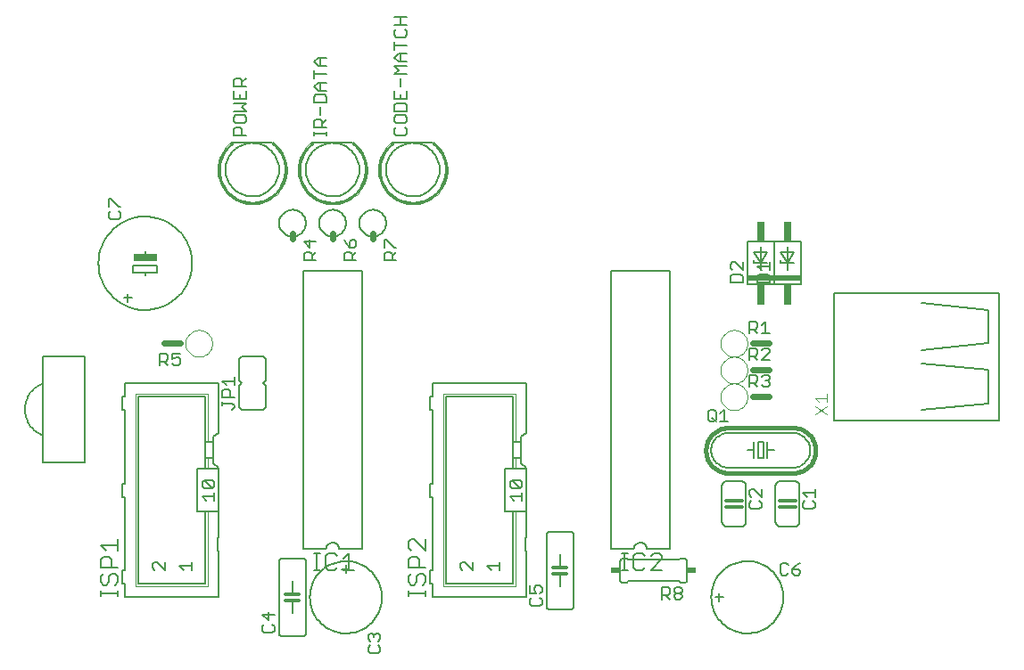
<source format=gtl>
G75*
G70*
%OFA0B0*%
%FSLAX24Y24*%
%IPPOS*%
%LPD*%
%AMOC8*
5,1,8,0,0,1.08239X$1,22.5*
%
%ADD10C,0.0160*%
%ADD11C,0.0060*%
%ADD12C,0.0050*%
%ADD13C,0.0120*%
%ADD14C,0.0040*%
%ADD15C,0.0240*%
%ADD16C,0.0080*%
%ADD17C,0.0010*%
%ADD18R,0.1000X0.0200*%
%ADD19R,0.0300X0.0750*%
%ADD20C,0.0070*%
%ADD21R,0.0340X0.0240*%
%ADD22C,0.0020*%
%ADD23R,0.0900X0.0250*%
D10*
X027671Y008730D02*
X030071Y008730D01*
X030129Y008732D01*
X030187Y008738D01*
X030244Y008748D01*
X030300Y008762D01*
X030356Y008779D01*
X030410Y008800D01*
X030462Y008825D01*
X030513Y008854D01*
X030561Y008886D01*
X030607Y008921D01*
X030651Y008959D01*
X030692Y009000D01*
X030730Y009044D01*
X030765Y009090D01*
X030797Y009138D01*
X030826Y009189D01*
X030851Y009241D01*
X030872Y009295D01*
X030889Y009351D01*
X030903Y009407D01*
X030913Y009464D01*
X030919Y009522D01*
X030921Y009580D01*
X030919Y009638D01*
X030913Y009696D01*
X030903Y009753D01*
X030889Y009809D01*
X030872Y009865D01*
X030851Y009919D01*
X030826Y009971D01*
X030797Y010022D01*
X030765Y010070D01*
X030730Y010116D01*
X030692Y010160D01*
X030651Y010201D01*
X030607Y010239D01*
X030561Y010274D01*
X030513Y010306D01*
X030462Y010335D01*
X030410Y010360D01*
X030356Y010381D01*
X030300Y010398D01*
X030244Y010412D01*
X030187Y010422D01*
X030129Y010428D01*
X030071Y010430D01*
X027671Y010430D01*
X027613Y010428D01*
X027555Y010422D01*
X027498Y010412D01*
X027442Y010398D01*
X027386Y010381D01*
X027332Y010360D01*
X027280Y010335D01*
X027229Y010306D01*
X027181Y010274D01*
X027135Y010239D01*
X027091Y010201D01*
X027050Y010160D01*
X027012Y010116D01*
X026977Y010070D01*
X026945Y010022D01*
X026916Y009971D01*
X026891Y009919D01*
X026870Y009865D01*
X026853Y009809D01*
X026839Y009753D01*
X026829Y009696D01*
X026823Y009638D01*
X026821Y009580D01*
X026823Y009522D01*
X026829Y009464D01*
X026839Y009407D01*
X026853Y009351D01*
X026870Y009295D01*
X026891Y009241D01*
X026916Y009189D01*
X026945Y009138D01*
X026977Y009090D01*
X027012Y009044D01*
X027050Y009000D01*
X027091Y008959D01*
X027135Y008921D01*
X027181Y008886D01*
X027229Y008854D01*
X027280Y008825D01*
X027332Y008800D01*
X027386Y008779D01*
X027442Y008762D01*
X027498Y008748D01*
X027555Y008738D01*
X027613Y008732D01*
X027671Y008730D01*
D11*
X027671Y008930D02*
X030071Y008930D01*
X030121Y008430D02*
X029621Y008430D01*
X029595Y008428D01*
X029569Y008423D01*
X029544Y008415D01*
X029521Y008403D01*
X029499Y008389D01*
X029480Y008371D01*
X029462Y008352D01*
X029448Y008330D01*
X029436Y008307D01*
X029428Y008282D01*
X029423Y008256D01*
X029421Y008230D01*
X029421Y006930D01*
X029423Y006904D01*
X029428Y006878D01*
X029436Y006853D01*
X029448Y006830D01*
X029462Y006808D01*
X029480Y006789D01*
X029499Y006771D01*
X029521Y006757D01*
X029544Y006745D01*
X029569Y006737D01*
X029595Y006732D01*
X029621Y006730D01*
X030121Y006730D01*
X030147Y006732D01*
X030173Y006737D01*
X030198Y006745D01*
X030221Y006757D01*
X030243Y006771D01*
X030262Y006789D01*
X030280Y006808D01*
X030294Y006830D01*
X030306Y006853D01*
X030314Y006878D01*
X030319Y006904D01*
X030321Y006930D01*
X030321Y008230D01*
X030319Y008256D01*
X030314Y008282D01*
X030306Y008307D01*
X030294Y008330D01*
X030280Y008352D01*
X030262Y008371D01*
X030243Y008389D01*
X030221Y008403D01*
X030198Y008415D01*
X030173Y008423D01*
X030147Y008428D01*
X030121Y008430D01*
X029121Y009280D02*
X029121Y009580D01*
X029371Y009580D01*
X029121Y009580D02*
X029121Y009880D01*
X028971Y009880D02*
X028971Y009280D01*
X028771Y009280D01*
X028771Y009880D01*
X028971Y009880D01*
X028621Y009880D02*
X028621Y009580D01*
X028371Y009580D01*
X028621Y009580D02*
X028621Y009280D01*
X028121Y008430D02*
X027621Y008430D01*
X027595Y008428D01*
X027569Y008423D01*
X027544Y008415D01*
X027521Y008403D01*
X027499Y008389D01*
X027480Y008371D01*
X027462Y008352D01*
X027448Y008330D01*
X027436Y008307D01*
X027428Y008282D01*
X027423Y008256D01*
X027421Y008230D01*
X027421Y006930D01*
X027423Y006904D01*
X027428Y006878D01*
X027436Y006853D01*
X027448Y006830D01*
X027462Y006808D01*
X027480Y006789D01*
X027499Y006771D01*
X027521Y006757D01*
X027544Y006745D01*
X027569Y006737D01*
X027595Y006732D01*
X027621Y006730D01*
X028121Y006730D01*
X028147Y006732D01*
X028173Y006737D01*
X028198Y006745D01*
X028221Y006757D01*
X028243Y006771D01*
X028262Y006789D01*
X028280Y006808D01*
X028294Y006830D01*
X028306Y006853D01*
X028314Y006878D01*
X028319Y006904D01*
X028321Y006930D01*
X028321Y008230D01*
X028319Y008256D01*
X028314Y008282D01*
X028306Y008307D01*
X028294Y008330D01*
X028280Y008352D01*
X028262Y008371D01*
X028243Y008389D01*
X028221Y008403D01*
X028198Y008415D01*
X028173Y008423D01*
X028147Y008428D01*
X028121Y008430D01*
X027671Y008930D02*
X027621Y008932D01*
X027572Y008938D01*
X027523Y008947D01*
X027475Y008960D01*
X027428Y008977D01*
X027383Y008997D01*
X027339Y009021D01*
X027297Y009048D01*
X027257Y009079D01*
X027220Y009112D01*
X027186Y009148D01*
X027154Y009186D01*
X027125Y009227D01*
X027100Y009269D01*
X027078Y009314D01*
X027059Y009360D01*
X027044Y009408D01*
X027033Y009456D01*
X027025Y009505D01*
X027021Y009555D01*
X027021Y009605D01*
X027025Y009655D01*
X027033Y009704D01*
X027044Y009752D01*
X027059Y009800D01*
X027078Y009846D01*
X027100Y009891D01*
X027125Y009933D01*
X027154Y009974D01*
X027186Y010012D01*
X027220Y010048D01*
X027257Y010081D01*
X027297Y010112D01*
X027339Y010139D01*
X027383Y010163D01*
X027428Y010183D01*
X027475Y010200D01*
X027523Y010213D01*
X027572Y010222D01*
X027621Y010228D01*
X027671Y010230D01*
X030071Y010230D01*
X030121Y010228D01*
X030170Y010222D01*
X030219Y010213D01*
X030267Y010200D01*
X030314Y010183D01*
X030359Y010163D01*
X030403Y010139D01*
X030445Y010112D01*
X030485Y010081D01*
X030522Y010048D01*
X030556Y010012D01*
X030588Y009974D01*
X030617Y009933D01*
X030642Y009891D01*
X030664Y009846D01*
X030683Y009800D01*
X030698Y009752D01*
X030709Y009704D01*
X030717Y009655D01*
X030721Y009605D01*
X030721Y009555D01*
X030717Y009505D01*
X030709Y009456D01*
X030698Y009408D01*
X030683Y009360D01*
X030664Y009314D01*
X030642Y009269D01*
X030617Y009227D01*
X030588Y009186D01*
X030556Y009148D01*
X030522Y009112D01*
X030485Y009079D01*
X030445Y009048D01*
X030403Y009021D01*
X030359Y008997D01*
X030314Y008977D01*
X030267Y008960D01*
X030219Y008947D01*
X030170Y008938D01*
X030121Y008932D01*
X030071Y008930D01*
X025471Y005880D02*
X025471Y016280D01*
X023271Y016280D01*
X023271Y005880D01*
X024121Y005880D01*
X024123Y005911D01*
X024129Y005942D01*
X024139Y005972D01*
X024152Y006000D01*
X024169Y006027D01*
X024189Y006051D01*
X024212Y006073D01*
X024237Y006091D01*
X024265Y006106D01*
X024294Y006118D01*
X024324Y006126D01*
X024355Y006130D01*
X024387Y006130D01*
X024418Y006126D01*
X024448Y006118D01*
X024477Y006106D01*
X024505Y006091D01*
X024530Y006073D01*
X024553Y006051D01*
X024573Y006027D01*
X024590Y006000D01*
X024603Y005972D01*
X024613Y005942D01*
X024619Y005911D01*
X024621Y005880D01*
X025471Y005880D01*
X025821Y005480D02*
X025871Y005530D01*
X026021Y005530D01*
X026041Y005528D01*
X026059Y005522D01*
X026077Y005513D01*
X026092Y005501D01*
X026104Y005486D01*
X026113Y005468D01*
X026119Y005450D01*
X026121Y005430D01*
X026121Y004730D01*
X026119Y004710D01*
X026113Y004692D01*
X026104Y004674D01*
X026092Y004659D01*
X026077Y004647D01*
X026059Y004638D01*
X026041Y004632D01*
X026021Y004630D01*
X025871Y004630D01*
X025821Y004680D01*
X023921Y004680D01*
X023871Y004630D01*
X023721Y004630D01*
X023701Y004632D01*
X023683Y004638D01*
X023665Y004647D01*
X023650Y004659D01*
X023638Y004674D01*
X023629Y004692D01*
X023623Y004710D01*
X023621Y004730D01*
X023621Y005430D01*
X023623Y005450D01*
X023629Y005468D01*
X023638Y005486D01*
X023650Y005501D01*
X023665Y005513D01*
X023683Y005522D01*
X023701Y005528D01*
X023721Y005530D01*
X023871Y005530D01*
X023921Y005480D01*
X025821Y005480D01*
X027171Y004080D02*
X027471Y004080D01*
X027321Y003930D02*
X027321Y004230D01*
X027021Y004080D02*
X027027Y004203D01*
X027043Y004325D01*
X027071Y004444D01*
X027110Y004561D01*
X027159Y004674D01*
X027218Y004781D01*
X027286Y004883D01*
X027364Y004979D01*
X027450Y005067D01*
X027543Y005146D01*
X027643Y005217D01*
X027750Y005279D01*
X027861Y005330D01*
X027977Y005371D01*
X028096Y005402D01*
X028218Y005421D01*
X028340Y005430D01*
X028463Y005427D01*
X028585Y005413D01*
X028706Y005388D01*
X028823Y005352D01*
X028937Y005306D01*
X029046Y005249D01*
X029150Y005183D01*
X029247Y005108D01*
X029336Y005024D01*
X029418Y004932D01*
X029491Y004833D01*
X029555Y004728D01*
X029609Y004618D01*
X029653Y004503D01*
X029686Y004385D01*
X029708Y004264D01*
X029720Y004141D01*
X029720Y004019D01*
X029708Y003896D01*
X029686Y003775D01*
X029653Y003657D01*
X029609Y003542D01*
X029555Y003432D01*
X029491Y003327D01*
X029418Y003228D01*
X029336Y003136D01*
X029247Y003052D01*
X029150Y002977D01*
X029046Y002911D01*
X028937Y002854D01*
X028823Y002808D01*
X028706Y002772D01*
X028585Y002747D01*
X028463Y002733D01*
X028340Y002730D01*
X028218Y002739D01*
X028096Y002758D01*
X027977Y002789D01*
X027861Y002830D01*
X027750Y002881D01*
X027643Y002943D01*
X027543Y003014D01*
X027450Y003093D01*
X027364Y003181D01*
X027286Y003277D01*
X027218Y003379D01*
X027159Y003486D01*
X027110Y003599D01*
X027071Y003716D01*
X027043Y003835D01*
X027027Y003957D01*
X027021Y004080D01*
X021871Y003730D02*
X021871Y006430D01*
X021869Y006450D01*
X021863Y006468D01*
X021854Y006486D01*
X021842Y006501D01*
X021827Y006513D01*
X021809Y006522D01*
X021791Y006528D01*
X021771Y006530D01*
X020971Y006530D01*
X020951Y006528D01*
X020933Y006522D01*
X020915Y006513D01*
X020900Y006501D01*
X020888Y006486D01*
X020879Y006468D01*
X020873Y006450D01*
X020871Y006430D01*
X020871Y003730D01*
X020873Y003710D01*
X020879Y003692D01*
X020888Y003674D01*
X020900Y003659D01*
X020915Y003647D01*
X020933Y003638D01*
X020951Y003632D01*
X020971Y003630D01*
X021771Y003630D01*
X021791Y003632D01*
X021809Y003638D01*
X021827Y003647D01*
X021842Y003659D01*
X021854Y003674D01*
X021863Y003692D01*
X021869Y003710D01*
X021871Y003730D01*
X021371Y004480D02*
X021371Y004960D01*
X021371Y005210D02*
X021371Y005680D01*
X020121Y005830D02*
X020121Y004080D01*
X016621Y004080D01*
X016621Y004580D01*
X016521Y004580D01*
X016521Y005080D01*
X016621Y005080D01*
X016621Y007830D01*
X016521Y007830D01*
X016521Y008330D01*
X016621Y008330D01*
X016621Y011080D01*
X016521Y011080D01*
X016521Y011580D01*
X016621Y011580D01*
X016621Y012080D01*
X020121Y012080D01*
X020121Y010230D01*
X019921Y010080D01*
X019921Y009880D01*
X019921Y009280D01*
X019921Y009080D01*
X020121Y008930D01*
X020121Y008880D01*
X019721Y008880D01*
X019621Y008880D01*
X019621Y009280D01*
X019621Y009880D01*
X019721Y009880D01*
X019921Y009880D01*
X019621Y009880D02*
X019621Y011580D01*
X017121Y011580D01*
X017121Y004580D01*
X019621Y004580D01*
X019621Y007280D01*
X019721Y007280D01*
X020121Y007280D01*
X020121Y006330D01*
X020071Y006330D01*
X020071Y005830D01*
X020121Y005830D01*
X020121Y007280D02*
X020121Y008880D01*
X019921Y009280D02*
X019721Y009280D01*
X019621Y009280D01*
X019621Y008880D02*
X019321Y008880D01*
X019321Y007280D01*
X019621Y007280D01*
X013971Y005880D02*
X013971Y016280D01*
X011771Y016280D01*
X011771Y005880D01*
X012621Y005880D01*
X012623Y005911D01*
X012629Y005942D01*
X012639Y005972D01*
X012652Y006000D01*
X012669Y006027D01*
X012689Y006051D01*
X012712Y006073D01*
X012737Y006091D01*
X012765Y006106D01*
X012794Y006118D01*
X012824Y006126D01*
X012855Y006130D01*
X012887Y006130D01*
X012918Y006126D01*
X012948Y006118D01*
X012977Y006106D01*
X013005Y006091D01*
X013030Y006073D01*
X013053Y006051D01*
X013073Y006027D01*
X013090Y006000D01*
X013103Y005972D01*
X013113Y005942D01*
X013119Y005911D01*
X013121Y005880D01*
X013971Y005880D01*
X013371Y005280D02*
X013371Y004980D01*
X013221Y005130D02*
X013521Y005130D01*
X012021Y004080D02*
X012027Y004203D01*
X012043Y004325D01*
X012071Y004444D01*
X012110Y004561D01*
X012159Y004674D01*
X012218Y004781D01*
X012286Y004883D01*
X012364Y004979D01*
X012450Y005067D01*
X012543Y005146D01*
X012643Y005217D01*
X012750Y005279D01*
X012861Y005330D01*
X012977Y005371D01*
X013096Y005402D01*
X013218Y005421D01*
X013340Y005430D01*
X013463Y005427D01*
X013585Y005413D01*
X013706Y005388D01*
X013823Y005352D01*
X013937Y005306D01*
X014046Y005249D01*
X014150Y005183D01*
X014247Y005108D01*
X014336Y005024D01*
X014418Y004932D01*
X014491Y004833D01*
X014555Y004728D01*
X014609Y004618D01*
X014653Y004503D01*
X014686Y004385D01*
X014708Y004264D01*
X014720Y004141D01*
X014720Y004019D01*
X014708Y003896D01*
X014686Y003775D01*
X014653Y003657D01*
X014609Y003542D01*
X014555Y003432D01*
X014491Y003327D01*
X014418Y003228D01*
X014336Y003136D01*
X014247Y003052D01*
X014150Y002977D01*
X014046Y002911D01*
X013937Y002854D01*
X013823Y002808D01*
X013706Y002772D01*
X013585Y002747D01*
X013463Y002733D01*
X013340Y002730D01*
X013218Y002739D01*
X013096Y002758D01*
X012977Y002789D01*
X012861Y002830D01*
X012750Y002881D01*
X012643Y002943D01*
X012543Y003014D01*
X012450Y003093D01*
X012364Y003181D01*
X012286Y003277D01*
X012218Y003379D01*
X012159Y003486D01*
X012110Y003599D01*
X012071Y003716D01*
X012043Y003835D01*
X012027Y003957D01*
X012021Y004080D01*
X011371Y003960D02*
X011371Y003480D01*
X011371Y004210D02*
X011371Y004680D01*
X011871Y005430D02*
X011869Y005450D01*
X011863Y005468D01*
X011854Y005486D01*
X011842Y005501D01*
X011827Y005513D01*
X011809Y005522D01*
X011791Y005528D01*
X011771Y005530D01*
X010971Y005530D01*
X010951Y005528D01*
X010933Y005522D01*
X010915Y005513D01*
X010900Y005501D01*
X010888Y005486D01*
X010879Y005468D01*
X010873Y005450D01*
X010871Y005430D01*
X010871Y002730D01*
X010873Y002710D01*
X010879Y002692D01*
X010888Y002674D01*
X010900Y002659D01*
X010915Y002647D01*
X010933Y002638D01*
X010951Y002632D01*
X010971Y002630D01*
X011771Y002630D01*
X011791Y002632D01*
X011809Y002638D01*
X011827Y002647D01*
X011842Y002659D01*
X011854Y002674D01*
X011863Y002692D01*
X011869Y002710D01*
X011871Y002730D01*
X011871Y005430D01*
X008621Y005830D02*
X008621Y004080D01*
X005121Y004080D01*
X005121Y004580D01*
X005021Y004580D01*
X005021Y005080D01*
X005121Y005080D01*
X005121Y007830D01*
X005021Y007830D01*
X005021Y008330D01*
X005121Y008330D01*
X005121Y011080D01*
X005021Y011080D01*
X005021Y011580D01*
X005121Y011580D01*
X005121Y012080D01*
X008621Y012080D01*
X008621Y010230D01*
X008421Y010080D01*
X008421Y009880D01*
X008421Y009280D01*
X008421Y009080D01*
X008621Y008930D01*
X008621Y008880D01*
X008221Y008880D01*
X008121Y008880D01*
X008121Y009280D01*
X008121Y009880D01*
X008221Y009880D01*
X008421Y009880D01*
X008121Y009880D02*
X008121Y011580D01*
X005621Y011580D01*
X005621Y004580D01*
X008121Y004580D01*
X008121Y007280D01*
X008221Y007280D01*
X008621Y007280D01*
X008621Y006330D01*
X008571Y006330D01*
X008571Y005830D01*
X008621Y005830D01*
X008621Y007280D02*
X008621Y008880D01*
X008421Y009280D02*
X008221Y009280D01*
X008121Y009280D01*
X008121Y008880D02*
X007821Y008880D01*
X007821Y007280D01*
X008121Y007280D01*
X009471Y011080D02*
X010271Y011080D01*
X010371Y011180D01*
X010371Y011980D01*
X010271Y012080D01*
X010371Y012180D01*
X010371Y012980D01*
X010271Y013080D01*
X009471Y013080D01*
X009371Y012980D01*
X009371Y012180D01*
X009471Y012080D01*
X009371Y011980D01*
X009371Y011180D01*
X009471Y011080D01*
X005371Y015280D02*
X005071Y015280D01*
X005221Y015130D02*
X005221Y015430D01*
X005421Y016230D02*
X005871Y016230D01*
X006321Y016230D01*
X006321Y016480D01*
X005421Y016480D01*
X005421Y016230D01*
X005871Y016230D02*
X005871Y016130D01*
X004121Y016580D02*
X004128Y016739D01*
X004150Y016897D01*
X004186Y017052D01*
X004236Y017203D01*
X004299Y017350D01*
X004376Y017489D01*
X004465Y017621D01*
X004565Y017745D01*
X004677Y017859D01*
X004798Y017962D01*
X004928Y018054D01*
X005066Y018134D01*
X005211Y018201D01*
X005361Y018254D01*
X005515Y018293D01*
X005672Y018319D01*
X005831Y018330D01*
X005990Y018326D01*
X006149Y018308D01*
X006305Y018275D01*
X006457Y018229D01*
X006605Y018169D01*
X006746Y018096D01*
X006880Y018010D01*
X007006Y017912D01*
X007122Y017803D01*
X007228Y017684D01*
X007323Y017556D01*
X007406Y017420D01*
X007476Y017277D01*
X007533Y017128D01*
X007576Y016975D01*
X007605Y016818D01*
X007619Y016660D01*
X007619Y016500D01*
X007605Y016342D01*
X007576Y016185D01*
X007533Y016032D01*
X007476Y015883D01*
X007406Y015740D01*
X007323Y015604D01*
X007228Y015476D01*
X007122Y015357D01*
X007006Y015248D01*
X006880Y015150D01*
X006746Y015064D01*
X006605Y014991D01*
X006457Y014931D01*
X006305Y014885D01*
X006149Y014852D01*
X005990Y014834D01*
X005831Y014830D01*
X005672Y014841D01*
X005515Y014867D01*
X005361Y014906D01*
X005211Y014959D01*
X005066Y015026D01*
X004928Y015106D01*
X004798Y015198D01*
X004677Y015301D01*
X004565Y015415D01*
X004465Y015539D01*
X004376Y015671D01*
X004299Y015810D01*
X004236Y015957D01*
X004186Y016108D01*
X004150Y016263D01*
X004128Y016421D01*
X004121Y016580D01*
X005871Y016830D02*
X005871Y017030D01*
X008871Y020080D02*
X008875Y020171D01*
X008888Y020261D01*
X008908Y020350D01*
X008937Y020436D01*
X008973Y020520D01*
X009017Y020600D01*
X009067Y020675D01*
X009125Y020746D01*
X009188Y020811D01*
X009258Y020870D01*
X009332Y020922D01*
X009411Y020968D01*
X009494Y021006D01*
X009579Y021037D01*
X009668Y021059D01*
X009757Y021074D01*
X009848Y021080D01*
X009939Y021078D01*
X010030Y021067D01*
X010119Y021049D01*
X010206Y021022D01*
X010290Y020988D01*
X010371Y020946D01*
X010448Y020897D01*
X010520Y020841D01*
X010586Y020779D01*
X010647Y020711D01*
X010701Y020638D01*
X010748Y020560D01*
X010788Y020478D01*
X010821Y020393D01*
X010845Y020306D01*
X010862Y020216D01*
X010870Y020126D01*
X010870Y020034D01*
X010862Y019944D01*
X010845Y019854D01*
X010821Y019767D01*
X010788Y019682D01*
X010748Y019600D01*
X010701Y019522D01*
X010647Y019449D01*
X010586Y019381D01*
X010520Y019319D01*
X010448Y019263D01*
X010371Y019214D01*
X010290Y019172D01*
X010206Y019138D01*
X010119Y019111D01*
X010030Y019093D01*
X009939Y019082D01*
X009848Y019080D01*
X009757Y019086D01*
X009668Y019101D01*
X009579Y019123D01*
X009494Y019154D01*
X009411Y019192D01*
X009332Y019238D01*
X009258Y019290D01*
X009188Y019349D01*
X009125Y019414D01*
X009067Y019485D01*
X009017Y019560D01*
X008973Y019640D01*
X008937Y019724D01*
X008908Y019810D01*
X008888Y019899D01*
X008875Y019989D01*
X008871Y020080D01*
X010871Y018080D02*
X010873Y018125D01*
X010879Y018171D01*
X010890Y018215D01*
X010904Y018258D01*
X010922Y018300D01*
X010944Y018340D01*
X010969Y018378D01*
X010998Y018413D01*
X011030Y018445D01*
X011064Y018475D01*
X011102Y018501D01*
X011141Y018524D01*
X011182Y018543D01*
X011225Y018558D01*
X011269Y018570D01*
X011314Y018577D01*
X011360Y018580D01*
X011405Y018579D01*
X011450Y018574D01*
X011495Y018564D01*
X011538Y018551D01*
X011581Y018534D01*
X011621Y018513D01*
X011659Y018488D01*
X011695Y018461D01*
X011729Y018430D01*
X011759Y018396D01*
X011786Y018359D01*
X011810Y018320D01*
X011830Y018279D01*
X011846Y018237D01*
X011858Y018193D01*
X011866Y018148D01*
X011870Y018103D01*
X011870Y018057D01*
X011866Y018012D01*
X011858Y017967D01*
X011846Y017923D01*
X011830Y017881D01*
X011810Y017840D01*
X011786Y017801D01*
X011759Y017764D01*
X011729Y017730D01*
X011695Y017699D01*
X011659Y017672D01*
X011621Y017647D01*
X011581Y017626D01*
X011538Y017609D01*
X011495Y017596D01*
X011450Y017586D01*
X011405Y017581D01*
X011360Y017580D01*
X011314Y017583D01*
X011269Y017590D01*
X011225Y017602D01*
X011182Y017617D01*
X011141Y017636D01*
X011102Y017659D01*
X011064Y017685D01*
X011030Y017715D01*
X010998Y017747D01*
X010969Y017782D01*
X010944Y017820D01*
X010922Y017860D01*
X010904Y017902D01*
X010890Y017945D01*
X010879Y017989D01*
X010873Y018035D01*
X010871Y018080D01*
X012371Y018080D02*
X012373Y018125D01*
X012379Y018171D01*
X012390Y018215D01*
X012404Y018258D01*
X012422Y018300D01*
X012444Y018340D01*
X012469Y018378D01*
X012498Y018413D01*
X012530Y018445D01*
X012564Y018475D01*
X012602Y018501D01*
X012641Y018524D01*
X012682Y018543D01*
X012725Y018558D01*
X012769Y018570D01*
X012814Y018577D01*
X012860Y018580D01*
X012905Y018579D01*
X012950Y018574D01*
X012995Y018564D01*
X013038Y018551D01*
X013081Y018534D01*
X013121Y018513D01*
X013159Y018488D01*
X013195Y018461D01*
X013229Y018430D01*
X013259Y018396D01*
X013286Y018359D01*
X013310Y018320D01*
X013330Y018279D01*
X013346Y018237D01*
X013358Y018193D01*
X013366Y018148D01*
X013370Y018103D01*
X013370Y018057D01*
X013366Y018012D01*
X013358Y017967D01*
X013346Y017923D01*
X013330Y017881D01*
X013310Y017840D01*
X013286Y017801D01*
X013259Y017764D01*
X013229Y017730D01*
X013195Y017699D01*
X013159Y017672D01*
X013121Y017647D01*
X013081Y017626D01*
X013038Y017609D01*
X012995Y017596D01*
X012950Y017586D01*
X012905Y017581D01*
X012860Y017580D01*
X012814Y017583D01*
X012769Y017590D01*
X012725Y017602D01*
X012682Y017617D01*
X012641Y017636D01*
X012602Y017659D01*
X012564Y017685D01*
X012530Y017715D01*
X012498Y017747D01*
X012469Y017782D01*
X012444Y017820D01*
X012422Y017860D01*
X012404Y017902D01*
X012390Y017945D01*
X012379Y017989D01*
X012373Y018035D01*
X012371Y018080D01*
X013871Y018080D02*
X013873Y018125D01*
X013879Y018171D01*
X013890Y018215D01*
X013904Y018258D01*
X013922Y018300D01*
X013944Y018340D01*
X013969Y018378D01*
X013998Y018413D01*
X014030Y018445D01*
X014064Y018475D01*
X014102Y018501D01*
X014141Y018524D01*
X014182Y018543D01*
X014225Y018558D01*
X014269Y018570D01*
X014314Y018577D01*
X014360Y018580D01*
X014405Y018579D01*
X014450Y018574D01*
X014495Y018564D01*
X014538Y018551D01*
X014581Y018534D01*
X014621Y018513D01*
X014659Y018488D01*
X014695Y018461D01*
X014729Y018430D01*
X014759Y018396D01*
X014786Y018359D01*
X014810Y018320D01*
X014830Y018279D01*
X014846Y018237D01*
X014858Y018193D01*
X014866Y018148D01*
X014870Y018103D01*
X014870Y018057D01*
X014866Y018012D01*
X014858Y017967D01*
X014846Y017923D01*
X014830Y017881D01*
X014810Y017840D01*
X014786Y017801D01*
X014759Y017764D01*
X014729Y017730D01*
X014695Y017699D01*
X014659Y017672D01*
X014621Y017647D01*
X014581Y017626D01*
X014538Y017609D01*
X014495Y017596D01*
X014450Y017586D01*
X014405Y017581D01*
X014360Y017580D01*
X014314Y017583D01*
X014269Y017590D01*
X014225Y017602D01*
X014182Y017617D01*
X014141Y017636D01*
X014102Y017659D01*
X014064Y017685D01*
X014030Y017715D01*
X013998Y017747D01*
X013969Y017782D01*
X013944Y017820D01*
X013922Y017860D01*
X013904Y017902D01*
X013890Y017945D01*
X013879Y017989D01*
X013873Y018035D01*
X013871Y018080D01*
X011871Y020080D02*
X011875Y020171D01*
X011888Y020261D01*
X011908Y020350D01*
X011937Y020436D01*
X011973Y020520D01*
X012017Y020600D01*
X012067Y020675D01*
X012125Y020746D01*
X012188Y020811D01*
X012258Y020870D01*
X012332Y020922D01*
X012411Y020968D01*
X012494Y021006D01*
X012579Y021037D01*
X012668Y021059D01*
X012757Y021074D01*
X012848Y021080D01*
X012939Y021078D01*
X013030Y021067D01*
X013119Y021049D01*
X013206Y021022D01*
X013290Y020988D01*
X013371Y020946D01*
X013448Y020897D01*
X013520Y020841D01*
X013586Y020779D01*
X013647Y020711D01*
X013701Y020638D01*
X013748Y020560D01*
X013788Y020478D01*
X013821Y020393D01*
X013845Y020306D01*
X013862Y020216D01*
X013870Y020126D01*
X013870Y020034D01*
X013862Y019944D01*
X013845Y019854D01*
X013821Y019767D01*
X013788Y019682D01*
X013748Y019600D01*
X013701Y019522D01*
X013647Y019449D01*
X013586Y019381D01*
X013520Y019319D01*
X013448Y019263D01*
X013371Y019214D01*
X013290Y019172D01*
X013206Y019138D01*
X013119Y019111D01*
X013030Y019093D01*
X012939Y019082D01*
X012848Y019080D01*
X012757Y019086D01*
X012668Y019101D01*
X012579Y019123D01*
X012494Y019154D01*
X012411Y019192D01*
X012332Y019238D01*
X012258Y019290D01*
X012188Y019349D01*
X012125Y019414D01*
X012067Y019485D01*
X012017Y019560D01*
X011973Y019640D01*
X011937Y019724D01*
X011908Y019810D01*
X011888Y019899D01*
X011875Y019989D01*
X011871Y020080D01*
X014871Y020080D02*
X014875Y020171D01*
X014888Y020261D01*
X014908Y020350D01*
X014937Y020436D01*
X014973Y020520D01*
X015017Y020600D01*
X015067Y020675D01*
X015125Y020746D01*
X015188Y020811D01*
X015258Y020870D01*
X015332Y020922D01*
X015411Y020968D01*
X015494Y021006D01*
X015579Y021037D01*
X015668Y021059D01*
X015757Y021074D01*
X015848Y021080D01*
X015939Y021078D01*
X016030Y021067D01*
X016119Y021049D01*
X016206Y021022D01*
X016290Y020988D01*
X016371Y020946D01*
X016448Y020897D01*
X016520Y020841D01*
X016586Y020779D01*
X016647Y020711D01*
X016701Y020638D01*
X016748Y020560D01*
X016788Y020478D01*
X016821Y020393D01*
X016845Y020306D01*
X016862Y020216D01*
X016870Y020126D01*
X016870Y020034D01*
X016862Y019944D01*
X016845Y019854D01*
X016821Y019767D01*
X016788Y019682D01*
X016748Y019600D01*
X016701Y019522D01*
X016647Y019449D01*
X016586Y019381D01*
X016520Y019319D01*
X016448Y019263D01*
X016371Y019214D01*
X016290Y019172D01*
X016206Y019138D01*
X016119Y019111D01*
X016030Y019093D01*
X015939Y019082D01*
X015848Y019080D01*
X015757Y019086D01*
X015668Y019101D01*
X015579Y019123D01*
X015494Y019154D01*
X015411Y019192D01*
X015332Y019238D01*
X015258Y019290D01*
X015188Y019349D01*
X015125Y019414D01*
X015067Y019485D01*
X015017Y019560D01*
X014973Y019640D01*
X014937Y019724D01*
X014908Y019810D01*
X014888Y019899D01*
X014875Y019989D01*
X014871Y020080D01*
X028371Y017380D02*
X028371Y015780D01*
X029371Y015780D01*
X029371Y017380D01*
X028371Y017380D01*
X028621Y016980D02*
X028871Y016580D01*
X028621Y016580D01*
X028621Y016680D01*
X028871Y016580D02*
X028871Y016330D01*
X028871Y016580D02*
X029121Y016580D01*
X028871Y016580D02*
X028871Y017180D01*
X029121Y016980D02*
X028871Y016580D01*
X028621Y016980D02*
X029121Y016980D01*
X029371Y017380D02*
X029371Y015780D01*
X030371Y015780D01*
X030371Y017380D01*
X029371Y017380D01*
X029621Y016980D02*
X029871Y016580D01*
X029621Y016580D01*
X029621Y016680D01*
X029871Y016580D02*
X030121Y016580D01*
X029871Y016580D02*
X029871Y016330D01*
X029871Y016580D02*
X029871Y017180D01*
X029621Y016980D02*
X030121Y016980D01*
X029871Y016580D01*
D12*
X029196Y016616D02*
X029196Y016316D01*
X029196Y016466D02*
X028745Y016466D01*
X028895Y016316D01*
X028820Y016155D02*
X028745Y016080D01*
X028745Y015855D01*
X029196Y015855D01*
X029196Y016080D01*
X029121Y016155D01*
X028820Y016155D01*
X028196Y016080D02*
X028196Y015855D01*
X027745Y015855D01*
X027745Y016080D01*
X027820Y016155D01*
X028121Y016155D01*
X028196Y016080D01*
X028196Y016316D02*
X027895Y016616D01*
X027820Y016616D01*
X027745Y016541D01*
X027745Y016391D01*
X027820Y016316D01*
X028196Y016316D02*
X028196Y016616D01*
X028446Y014406D02*
X028671Y014406D01*
X028746Y014330D01*
X028746Y014180D01*
X028671Y014105D01*
X028446Y014105D01*
X028596Y014105D02*
X028746Y013955D01*
X028906Y013955D02*
X029206Y013955D01*
X029056Y013955D02*
X029056Y014406D01*
X028906Y014255D01*
X028446Y014406D02*
X028446Y013955D01*
X028446Y013406D02*
X028671Y013406D01*
X028746Y013330D01*
X028746Y013180D01*
X028671Y013105D01*
X028446Y013105D01*
X028596Y013105D02*
X028746Y012955D01*
X028906Y012955D02*
X029206Y013255D01*
X029206Y013330D01*
X029131Y013406D01*
X028981Y013406D01*
X028906Y013330D01*
X028906Y012955D02*
X029206Y012955D01*
X028446Y012955D02*
X028446Y013406D01*
X028446Y012406D02*
X028671Y012406D01*
X028746Y012330D01*
X028746Y012180D01*
X028671Y012105D01*
X028446Y012105D01*
X028596Y012105D02*
X028746Y011955D01*
X028906Y012030D02*
X028981Y011955D01*
X029131Y011955D01*
X029206Y012030D01*
X029206Y012105D01*
X029131Y012180D01*
X029056Y012180D01*
X029131Y012180D02*
X029206Y012255D01*
X029206Y012330D01*
X029131Y012406D01*
X028981Y012406D01*
X028906Y012330D01*
X028446Y012406D02*
X028446Y011955D01*
X027506Y011106D02*
X027506Y010655D01*
X027356Y010655D02*
X027656Y010655D01*
X027356Y010955D02*
X027506Y011106D01*
X027196Y011030D02*
X027196Y010730D01*
X027121Y010655D01*
X026971Y010655D01*
X026896Y010730D01*
X026896Y011030D01*
X026971Y011106D01*
X027121Y011106D01*
X027196Y011030D01*
X027046Y010805D02*
X027196Y010655D01*
X028520Y008145D02*
X028445Y008070D01*
X028445Y007920D01*
X028520Y007845D01*
X028520Y007685D02*
X028445Y007610D01*
X028445Y007459D01*
X028520Y007384D01*
X028821Y007384D01*
X028896Y007459D01*
X028896Y007610D01*
X028821Y007685D01*
X028896Y007845D02*
X028595Y008145D01*
X028520Y008145D01*
X028896Y008145D02*
X028896Y007845D01*
X030445Y007995D02*
X030595Y007845D01*
X030520Y007685D02*
X030445Y007610D01*
X030445Y007459D01*
X030520Y007384D01*
X030821Y007384D01*
X030896Y007459D01*
X030896Y007610D01*
X030821Y007685D01*
X030896Y007845D02*
X030896Y008145D01*
X030896Y007995D02*
X030445Y007995D01*
X030356Y005356D02*
X030206Y005280D01*
X030056Y005130D01*
X030281Y005130D01*
X030356Y005055D01*
X030356Y004980D01*
X030281Y004905D01*
X030131Y004905D01*
X030056Y004980D01*
X030056Y005130D01*
X029896Y004980D02*
X029821Y004905D01*
X029671Y004905D01*
X029596Y004980D01*
X029596Y005280D01*
X029671Y005356D01*
X029821Y005356D01*
X029896Y005280D01*
X025936Y004380D02*
X025936Y004305D01*
X025860Y004230D01*
X025710Y004230D01*
X025635Y004305D01*
X025635Y004380D01*
X025710Y004456D01*
X025860Y004456D01*
X025936Y004380D01*
X025860Y004230D02*
X025936Y004155D01*
X025936Y004080D01*
X025860Y004005D01*
X025710Y004005D01*
X025635Y004080D01*
X025635Y004155D01*
X025710Y004230D01*
X025475Y004230D02*
X025400Y004155D01*
X025175Y004155D01*
X025175Y004005D02*
X025175Y004456D01*
X025400Y004456D01*
X025475Y004380D01*
X025475Y004230D01*
X025325Y004155D02*
X025475Y004005D01*
X020696Y003980D02*
X020621Y004055D01*
X020696Y003980D02*
X020696Y003830D01*
X020621Y003755D01*
X020320Y003755D01*
X020245Y003830D01*
X020245Y003980D01*
X020320Y004055D01*
X020245Y004216D02*
X020471Y004216D01*
X020395Y004366D01*
X020395Y004441D01*
X020471Y004516D01*
X020621Y004516D01*
X020696Y004441D01*
X020696Y004291D01*
X020621Y004216D01*
X020245Y004216D02*
X020245Y004516D01*
X019096Y005105D02*
X019096Y005405D01*
X019096Y005255D02*
X018645Y005255D01*
X018795Y005105D01*
X018096Y005105D02*
X017795Y005405D01*
X017720Y005405D01*
X017645Y005330D01*
X017645Y005180D01*
X017720Y005105D01*
X018096Y005105D02*
X018096Y005405D01*
X019645Y007705D02*
X019495Y007855D01*
X019946Y007855D01*
X019946Y007705D02*
X019946Y008005D01*
X019871Y008166D02*
X019570Y008166D01*
X019495Y008241D01*
X019495Y008391D01*
X019570Y008466D01*
X019871Y008166D01*
X019946Y008241D01*
X019946Y008391D01*
X019871Y008466D01*
X019570Y008466D01*
X010696Y003441D02*
X010245Y003441D01*
X010471Y003216D01*
X010471Y003516D01*
X010621Y003055D02*
X010696Y002980D01*
X010696Y002830D01*
X010621Y002755D01*
X010320Y002755D01*
X010245Y002830D01*
X010245Y002980D01*
X010320Y003055D01*
X007596Y005105D02*
X007596Y005405D01*
X007596Y005255D02*
X007145Y005255D01*
X007295Y005105D01*
X006596Y005105D02*
X006295Y005405D01*
X006220Y005405D01*
X006145Y005330D01*
X006145Y005180D01*
X006220Y005105D01*
X006596Y005105D02*
X006596Y005405D01*
X008145Y007705D02*
X007995Y007855D01*
X008446Y007855D01*
X008446Y007705D02*
X008446Y008005D01*
X008371Y008166D02*
X008070Y008166D01*
X007995Y008241D01*
X007995Y008391D01*
X008070Y008466D01*
X008371Y008166D01*
X008446Y008241D01*
X008446Y008391D01*
X008371Y008466D01*
X008070Y008466D01*
X009121Y011105D02*
X009196Y011180D01*
X009196Y011255D01*
X009121Y011330D01*
X008745Y011330D01*
X008745Y011255D02*
X008745Y011405D01*
X008745Y011566D02*
X008745Y011791D01*
X008820Y011866D01*
X008971Y011866D01*
X009046Y011791D01*
X009046Y011566D01*
X009196Y011566D02*
X008745Y011566D01*
X008895Y012026D02*
X008745Y012176D01*
X009196Y012176D01*
X009196Y012026D02*
X009196Y012326D01*
X007186Y012830D02*
X007110Y012755D01*
X006960Y012755D01*
X006885Y012830D01*
X006885Y012980D02*
X007035Y013055D01*
X007110Y013055D01*
X007186Y012980D01*
X007186Y012830D01*
X006885Y012980D02*
X006885Y013206D01*
X007186Y013206D01*
X006725Y013130D02*
X006725Y012980D01*
X006650Y012905D01*
X006425Y012905D01*
X006425Y012755D02*
X006425Y013206D01*
X006650Y013206D01*
X006725Y013130D01*
X006575Y012905D02*
X006725Y012755D01*
X003621Y013080D02*
X003621Y012096D01*
X003621Y010127D01*
X003621Y009143D01*
X002046Y009143D01*
X002046Y010127D01*
X002046Y012096D01*
X002046Y013080D01*
X003621Y013080D01*
X002046Y012096D02*
X001987Y012070D01*
X001929Y012041D01*
X001874Y012008D01*
X001820Y011972D01*
X001769Y011932D01*
X001720Y011890D01*
X001674Y011845D01*
X001631Y011796D01*
X001590Y011746D01*
X001553Y011693D01*
X001520Y011638D01*
X001489Y011580D01*
X001462Y011522D01*
X001439Y011461D01*
X001420Y011400D01*
X001404Y011337D01*
X001392Y011273D01*
X001384Y011209D01*
X001380Y011144D01*
X001380Y011080D01*
X001384Y011015D01*
X001392Y010951D01*
X001404Y010887D01*
X001420Y010824D01*
X001439Y010763D01*
X001462Y010702D01*
X001489Y010644D01*
X001520Y010586D01*
X001553Y010531D01*
X001590Y010478D01*
X001631Y010428D01*
X001674Y010379D01*
X001720Y010334D01*
X001769Y010292D01*
X001820Y010252D01*
X001874Y010216D01*
X001929Y010183D01*
X001987Y010154D01*
X002046Y010128D01*
X011795Y016704D02*
X011795Y016930D01*
X011870Y017005D01*
X012021Y017005D01*
X012096Y016930D01*
X012096Y016704D01*
X012246Y016704D02*
X011795Y016704D01*
X012096Y016855D02*
X012246Y017005D01*
X012021Y017165D02*
X011795Y017390D01*
X012246Y017390D01*
X012021Y017465D02*
X012021Y017165D01*
X013295Y016930D02*
X013295Y016704D01*
X013746Y016704D01*
X013596Y016704D02*
X013596Y016930D01*
X013521Y017005D01*
X013370Y017005D01*
X013295Y016930D01*
X013596Y016855D02*
X013746Y017005D01*
X013671Y017165D02*
X013746Y017240D01*
X013746Y017390D01*
X013671Y017465D01*
X013596Y017465D01*
X013521Y017390D01*
X013521Y017165D01*
X013671Y017165D01*
X013521Y017165D02*
X013370Y017315D01*
X013295Y017465D01*
X014795Y017465D02*
X014795Y017165D01*
X014870Y017005D02*
X015021Y017005D01*
X015096Y016930D01*
X015096Y016704D01*
X015246Y016704D02*
X014795Y016704D01*
X014795Y016930D01*
X014870Y017005D01*
X015096Y016855D02*
X015246Y017005D01*
X015246Y017165D02*
X015171Y017165D01*
X014870Y017465D01*
X014795Y017465D01*
X015260Y021355D02*
X015561Y021355D01*
X015636Y021430D01*
X015636Y021580D01*
X015561Y021655D01*
X015561Y021816D02*
X015260Y021816D01*
X015185Y021891D01*
X015185Y022041D01*
X015260Y022116D01*
X015561Y022116D01*
X015636Y022041D01*
X015636Y021891D01*
X015561Y021816D01*
X015260Y021655D02*
X015185Y021580D01*
X015185Y021430D01*
X015260Y021355D01*
X015185Y022276D02*
X015185Y022501D01*
X015260Y022576D01*
X015561Y022576D01*
X015636Y022501D01*
X015636Y022276D01*
X015185Y022276D01*
X015185Y022736D02*
X015636Y022736D01*
X015636Y023036D01*
X015411Y022886D02*
X015411Y022736D01*
X015185Y022736D02*
X015185Y023036D01*
X015411Y023197D02*
X015411Y023497D01*
X015636Y023657D02*
X015185Y023657D01*
X015335Y023807D01*
X015185Y023957D01*
X015636Y023957D01*
X015636Y024117D02*
X015335Y024117D01*
X015185Y024267D01*
X015335Y024418D01*
X015636Y024418D01*
X015411Y024418D02*
X015411Y024117D01*
X015185Y024578D02*
X015185Y024878D01*
X015185Y024728D02*
X015636Y024728D01*
X015561Y025038D02*
X015636Y025113D01*
X015636Y025263D01*
X015561Y025338D01*
X015636Y025498D02*
X015185Y025498D01*
X015260Y025338D02*
X015185Y025263D01*
X015185Y025113D01*
X015260Y025038D01*
X015561Y025038D01*
X015411Y025498D02*
X015411Y025799D01*
X015636Y025799D02*
X015185Y025799D01*
X012636Y024264D02*
X012335Y024264D01*
X012185Y024114D01*
X012335Y023964D01*
X012636Y023964D01*
X012411Y023964D02*
X012411Y024264D01*
X012185Y023804D02*
X012185Y023503D01*
X012185Y023654D02*
X012636Y023654D01*
X012636Y023343D02*
X012335Y023343D01*
X012185Y023193D01*
X012335Y023043D01*
X012636Y023043D01*
X012561Y022883D02*
X012260Y022883D01*
X012185Y022808D01*
X012185Y022583D01*
X012636Y022583D01*
X012636Y022808D01*
X012561Y022883D01*
X012411Y023043D02*
X012411Y023343D01*
X012411Y022423D02*
X012411Y022122D01*
X012411Y021962D02*
X012486Y021887D01*
X012486Y021662D01*
X012636Y021662D02*
X012185Y021662D01*
X012185Y021887D01*
X012260Y021962D01*
X012411Y021962D01*
X012486Y021812D02*
X012636Y021962D01*
X012636Y021505D02*
X012636Y021355D01*
X012636Y021430D02*
X012185Y021430D01*
X012185Y021355D02*
X012185Y021505D01*
X009636Y021355D02*
X009185Y021355D01*
X009185Y021580D01*
X009260Y021655D01*
X009411Y021655D01*
X009486Y021580D01*
X009486Y021355D01*
X009561Y021816D02*
X009260Y021816D01*
X009185Y021891D01*
X009185Y022041D01*
X009260Y022116D01*
X009561Y022116D01*
X009636Y022041D01*
X009636Y021891D01*
X009561Y021816D01*
X009636Y022276D02*
X009185Y022276D01*
X009185Y022576D02*
X009636Y022576D01*
X009486Y022426D01*
X009636Y022276D01*
X009636Y022736D02*
X009185Y022736D01*
X009185Y023036D01*
X009185Y023197D02*
X009185Y023422D01*
X009260Y023497D01*
X009411Y023497D01*
X009486Y023422D01*
X009486Y023197D01*
X009486Y023347D02*
X009636Y023497D01*
X009636Y023197D02*
X009185Y023197D01*
X009636Y023036D02*
X009636Y022736D01*
X009411Y022736D02*
X009411Y022886D01*
X004871Y018696D02*
X004570Y018996D01*
X004495Y018996D01*
X004495Y018696D01*
X004570Y018535D02*
X004495Y018460D01*
X004495Y018310D01*
X004570Y018235D01*
X004871Y018235D01*
X004946Y018310D01*
X004946Y018460D01*
X004871Y018535D01*
X004871Y018696D02*
X004946Y018696D01*
X014270Y002745D02*
X014345Y002745D01*
X014421Y002670D01*
X014496Y002745D01*
X014571Y002745D01*
X014646Y002670D01*
X014646Y002520D01*
X014571Y002445D01*
X014571Y002285D02*
X014646Y002210D01*
X014646Y002059D01*
X014571Y001984D01*
X014270Y001984D01*
X014195Y002059D01*
X014195Y002210D01*
X014270Y002285D01*
X014270Y002445D02*
X014195Y002520D01*
X014195Y002670D01*
X014270Y002745D01*
X014421Y002670D02*
X014421Y002595D01*
X031596Y010712D02*
X031596Y015442D01*
X031609Y015450D02*
X037769Y015450D01*
X037786Y015442D02*
X037786Y010712D01*
X037779Y010710D02*
X031599Y010710D01*
X034871Y011080D02*
X037371Y011330D01*
X037371Y012580D01*
X034871Y012830D01*
X034871Y013330D02*
X037371Y013580D01*
X037371Y014830D01*
X034871Y015080D01*
D13*
X030171Y007700D02*
X029571Y007700D01*
X029571Y007450D02*
X030171Y007450D01*
X028171Y007450D02*
X027571Y007450D01*
X027571Y007700D02*
X028171Y007700D01*
X021621Y005210D02*
X021371Y005210D01*
X021121Y005210D01*
X021121Y004960D02*
X021371Y004960D01*
X021621Y004960D01*
X011621Y004210D02*
X011371Y004210D01*
X011121Y004210D01*
X011121Y003960D02*
X011371Y003960D01*
X011621Y003960D01*
D14*
X007371Y013580D02*
X007373Y013625D01*
X007379Y013671D01*
X007390Y013715D01*
X007404Y013758D01*
X007422Y013800D01*
X007444Y013840D01*
X007469Y013878D01*
X007498Y013913D01*
X007530Y013945D01*
X007564Y013975D01*
X007602Y014001D01*
X007641Y014024D01*
X007682Y014043D01*
X007725Y014058D01*
X007769Y014070D01*
X007814Y014077D01*
X007860Y014080D01*
X007905Y014079D01*
X007950Y014074D01*
X007995Y014064D01*
X008038Y014051D01*
X008081Y014034D01*
X008121Y014013D01*
X008159Y013988D01*
X008195Y013961D01*
X008229Y013930D01*
X008259Y013896D01*
X008286Y013859D01*
X008310Y013820D01*
X008330Y013779D01*
X008346Y013737D01*
X008358Y013693D01*
X008366Y013648D01*
X008370Y013603D01*
X008370Y013557D01*
X008366Y013512D01*
X008358Y013467D01*
X008346Y013423D01*
X008330Y013381D01*
X008310Y013340D01*
X008286Y013301D01*
X008259Y013264D01*
X008229Y013230D01*
X008195Y013199D01*
X008159Y013172D01*
X008121Y013147D01*
X008081Y013126D01*
X008038Y013109D01*
X007995Y013096D01*
X007950Y013086D01*
X007905Y013081D01*
X007860Y013080D01*
X007814Y013083D01*
X007769Y013090D01*
X007725Y013102D01*
X007682Y013117D01*
X007641Y013136D01*
X007602Y013159D01*
X007564Y013185D01*
X007530Y013215D01*
X007498Y013247D01*
X007469Y013282D01*
X007444Y013320D01*
X007422Y013360D01*
X007404Y013402D01*
X007390Y013445D01*
X007379Y013489D01*
X007373Y013535D01*
X007371Y013580D01*
X027371Y013580D02*
X027373Y013625D01*
X027379Y013671D01*
X027390Y013715D01*
X027404Y013758D01*
X027422Y013800D01*
X027444Y013840D01*
X027469Y013878D01*
X027498Y013913D01*
X027530Y013945D01*
X027564Y013975D01*
X027602Y014001D01*
X027641Y014024D01*
X027682Y014043D01*
X027725Y014058D01*
X027769Y014070D01*
X027814Y014077D01*
X027860Y014080D01*
X027905Y014079D01*
X027950Y014074D01*
X027995Y014064D01*
X028038Y014051D01*
X028081Y014034D01*
X028121Y014013D01*
X028159Y013988D01*
X028195Y013961D01*
X028229Y013930D01*
X028259Y013896D01*
X028286Y013859D01*
X028310Y013820D01*
X028330Y013779D01*
X028346Y013737D01*
X028358Y013693D01*
X028366Y013648D01*
X028370Y013603D01*
X028370Y013557D01*
X028366Y013512D01*
X028358Y013467D01*
X028346Y013423D01*
X028330Y013381D01*
X028310Y013340D01*
X028286Y013301D01*
X028259Y013264D01*
X028229Y013230D01*
X028195Y013199D01*
X028159Y013172D01*
X028121Y013147D01*
X028081Y013126D01*
X028038Y013109D01*
X027995Y013096D01*
X027950Y013086D01*
X027905Y013081D01*
X027860Y013080D01*
X027814Y013083D01*
X027769Y013090D01*
X027725Y013102D01*
X027682Y013117D01*
X027641Y013136D01*
X027602Y013159D01*
X027564Y013185D01*
X027530Y013215D01*
X027498Y013247D01*
X027469Y013282D01*
X027444Y013320D01*
X027422Y013360D01*
X027404Y013402D01*
X027390Y013445D01*
X027379Y013489D01*
X027373Y013535D01*
X027371Y013580D01*
X027371Y012580D02*
X027373Y012625D01*
X027379Y012671D01*
X027390Y012715D01*
X027404Y012758D01*
X027422Y012800D01*
X027444Y012840D01*
X027469Y012878D01*
X027498Y012913D01*
X027530Y012945D01*
X027564Y012975D01*
X027602Y013001D01*
X027641Y013024D01*
X027682Y013043D01*
X027725Y013058D01*
X027769Y013070D01*
X027814Y013077D01*
X027860Y013080D01*
X027905Y013079D01*
X027950Y013074D01*
X027995Y013064D01*
X028038Y013051D01*
X028081Y013034D01*
X028121Y013013D01*
X028159Y012988D01*
X028195Y012961D01*
X028229Y012930D01*
X028259Y012896D01*
X028286Y012859D01*
X028310Y012820D01*
X028330Y012779D01*
X028346Y012737D01*
X028358Y012693D01*
X028366Y012648D01*
X028370Y012603D01*
X028370Y012557D01*
X028366Y012512D01*
X028358Y012467D01*
X028346Y012423D01*
X028330Y012381D01*
X028310Y012340D01*
X028286Y012301D01*
X028259Y012264D01*
X028229Y012230D01*
X028195Y012199D01*
X028159Y012172D01*
X028121Y012147D01*
X028081Y012126D01*
X028038Y012109D01*
X027995Y012096D01*
X027950Y012086D01*
X027905Y012081D01*
X027860Y012080D01*
X027814Y012083D01*
X027769Y012090D01*
X027725Y012102D01*
X027682Y012117D01*
X027641Y012136D01*
X027602Y012159D01*
X027564Y012185D01*
X027530Y012215D01*
X027498Y012247D01*
X027469Y012282D01*
X027444Y012320D01*
X027422Y012360D01*
X027404Y012402D01*
X027390Y012445D01*
X027379Y012489D01*
X027373Y012535D01*
X027371Y012580D01*
X027371Y011580D02*
X027373Y011625D01*
X027379Y011671D01*
X027390Y011715D01*
X027404Y011758D01*
X027422Y011800D01*
X027444Y011840D01*
X027469Y011878D01*
X027498Y011913D01*
X027530Y011945D01*
X027564Y011975D01*
X027602Y012001D01*
X027641Y012024D01*
X027682Y012043D01*
X027725Y012058D01*
X027769Y012070D01*
X027814Y012077D01*
X027860Y012080D01*
X027905Y012079D01*
X027950Y012074D01*
X027995Y012064D01*
X028038Y012051D01*
X028081Y012034D01*
X028121Y012013D01*
X028159Y011988D01*
X028195Y011961D01*
X028229Y011930D01*
X028259Y011896D01*
X028286Y011859D01*
X028310Y011820D01*
X028330Y011779D01*
X028346Y011737D01*
X028358Y011693D01*
X028366Y011648D01*
X028370Y011603D01*
X028370Y011557D01*
X028366Y011512D01*
X028358Y011467D01*
X028346Y011423D01*
X028330Y011381D01*
X028310Y011340D01*
X028286Y011301D01*
X028259Y011264D01*
X028229Y011230D01*
X028195Y011199D01*
X028159Y011172D01*
X028121Y011147D01*
X028081Y011126D01*
X028038Y011109D01*
X027995Y011096D01*
X027950Y011086D01*
X027905Y011081D01*
X027860Y011080D01*
X027814Y011083D01*
X027769Y011090D01*
X027725Y011102D01*
X027682Y011117D01*
X027641Y011136D01*
X027602Y011159D01*
X027564Y011185D01*
X027530Y011215D01*
X027498Y011247D01*
X027469Y011282D01*
X027444Y011320D01*
X027422Y011360D01*
X027404Y011402D01*
X027390Y011445D01*
X027379Y011489D01*
X027373Y011535D01*
X027371Y011580D01*
X030898Y011543D02*
X031052Y011390D01*
X030898Y011543D02*
X031359Y011543D01*
X031359Y011390D02*
X031359Y011697D01*
X031359Y011236D02*
X030898Y010929D01*
X030898Y011236D02*
X031359Y010929D01*
D15*
X029171Y011580D02*
X028571Y011580D01*
X028571Y012580D02*
X029171Y012580D01*
X029171Y013580D02*
X028571Y013580D01*
X014371Y017480D02*
X014371Y017680D01*
X012871Y017680D02*
X012871Y017480D01*
X011371Y017480D02*
X011371Y017680D01*
X007171Y013580D02*
X006571Y013580D01*
D16*
X009121Y021080D02*
X010621Y021080D01*
X012121Y021080D02*
X013621Y021080D01*
X015121Y021080D02*
X016621Y021080D01*
D17*
X015091Y021112D02*
X015145Y021040D01*
X015144Y021041D02*
X015076Y020986D01*
X015013Y020926D01*
X014954Y020862D01*
X014900Y020794D01*
X014851Y020722D01*
X014807Y020646D01*
X014769Y020568D01*
X014737Y020487D01*
X014710Y020404D01*
X014690Y020320D01*
X014676Y020234D01*
X014668Y020147D01*
X014666Y020060D01*
X014671Y019973D01*
X014682Y019887D01*
X014699Y019801D01*
X014722Y019717D01*
X014751Y019635D01*
X014786Y019556D01*
X014827Y019479D01*
X014873Y019405D01*
X014924Y019334D01*
X014981Y019268D01*
X015042Y019206D01*
X015107Y019148D01*
X015176Y019095D01*
X015249Y019048D01*
X015325Y019006D01*
X015404Y018969D01*
X015486Y018938D01*
X015569Y018913D01*
X015654Y018895D01*
X015741Y018882D01*
X015827Y018876D01*
X015915Y018876D01*
X016001Y018882D01*
X016088Y018895D01*
X016173Y018913D01*
X016256Y018938D01*
X016338Y018969D01*
X016417Y019006D01*
X016493Y019048D01*
X016566Y019095D01*
X016635Y019148D01*
X016700Y019206D01*
X016761Y019268D01*
X016818Y019334D01*
X016869Y019405D01*
X016915Y019479D01*
X016956Y019556D01*
X016991Y019635D01*
X017020Y019717D01*
X017043Y019801D01*
X017060Y019887D01*
X017071Y019973D01*
X017076Y020060D01*
X017074Y020147D01*
X017066Y020234D01*
X017052Y020320D01*
X017032Y020404D01*
X017005Y020487D01*
X016973Y020568D01*
X016935Y020646D01*
X016891Y020722D01*
X016842Y020794D01*
X016788Y020862D01*
X016729Y020926D01*
X016666Y020986D01*
X016598Y021041D01*
X016651Y021112D01*
X016652Y021113D01*
X016725Y021054D01*
X016793Y020990D01*
X016856Y020921D01*
X016914Y020847D01*
X016967Y020770D01*
X017014Y020689D01*
X017055Y020605D01*
X017090Y020518D01*
X017118Y020429D01*
X017140Y020338D01*
X017155Y020246D01*
X017164Y020152D01*
X017166Y020059D01*
X017161Y019965D01*
X017149Y019872D01*
X017131Y019781D01*
X017106Y019690D01*
X017075Y019602D01*
X017037Y019516D01*
X016993Y019434D01*
X016944Y019354D01*
X016888Y019279D01*
X016828Y019207D01*
X016762Y019141D01*
X016692Y019079D01*
X016618Y019022D01*
X016539Y018971D01*
X016457Y018925D01*
X016372Y018886D01*
X016285Y018853D01*
X016195Y018826D01*
X016104Y018806D01*
X016011Y018793D01*
X015918Y018786D01*
X015824Y018786D01*
X015731Y018793D01*
X015638Y018806D01*
X015547Y018826D01*
X015457Y018853D01*
X015370Y018886D01*
X015285Y018925D01*
X015203Y018971D01*
X015124Y019022D01*
X015050Y019079D01*
X014980Y019141D01*
X014914Y019207D01*
X014854Y019279D01*
X014798Y019354D01*
X014749Y019434D01*
X014705Y019516D01*
X014667Y019602D01*
X014636Y019690D01*
X014611Y019781D01*
X014593Y019872D01*
X014581Y019965D01*
X014576Y020059D01*
X014578Y020152D01*
X014587Y020246D01*
X014602Y020338D01*
X014624Y020429D01*
X014652Y020518D01*
X014687Y020605D01*
X014728Y020689D01*
X014775Y020770D01*
X014828Y020847D01*
X014886Y020921D01*
X014949Y020990D01*
X015017Y021054D01*
X015090Y021113D01*
X015095Y021106D01*
X015023Y021047D01*
X014956Y020983D01*
X014893Y020915D01*
X014835Y020842D01*
X014783Y020765D01*
X014736Y020685D01*
X014695Y020601D01*
X014661Y020515D01*
X014633Y020426D01*
X014611Y020336D01*
X014596Y020244D01*
X014587Y020152D01*
X014585Y020059D01*
X014590Y019966D01*
X014602Y019874D01*
X014620Y019783D01*
X014645Y019693D01*
X014676Y019605D01*
X014713Y019520D01*
X014757Y019438D01*
X014806Y019359D01*
X014861Y019284D01*
X014921Y019213D01*
X014986Y019147D01*
X015056Y019086D01*
X015130Y019029D01*
X015207Y018978D01*
X015289Y018933D01*
X015373Y018894D01*
X015460Y018861D01*
X015549Y018835D01*
X015640Y018815D01*
X015732Y018802D01*
X015825Y018795D01*
X015917Y018795D01*
X016010Y018802D01*
X016102Y018815D01*
X016193Y018835D01*
X016282Y018861D01*
X016369Y018894D01*
X016453Y018933D01*
X016535Y018978D01*
X016612Y019029D01*
X016686Y019086D01*
X016756Y019147D01*
X016821Y019213D01*
X016881Y019284D01*
X016936Y019359D01*
X016985Y019438D01*
X017029Y019520D01*
X017066Y019605D01*
X017097Y019693D01*
X017122Y019783D01*
X017140Y019874D01*
X017152Y019966D01*
X017157Y020059D01*
X017155Y020152D01*
X017146Y020244D01*
X017131Y020336D01*
X017109Y020426D01*
X017081Y020515D01*
X017047Y020601D01*
X017006Y020685D01*
X016959Y020765D01*
X016907Y020842D01*
X016849Y020915D01*
X016786Y020983D01*
X016719Y021047D01*
X016647Y021106D01*
X016641Y021099D01*
X016713Y021040D01*
X016780Y020977D01*
X016842Y020909D01*
X016900Y020837D01*
X016952Y020760D01*
X016998Y020681D01*
X017038Y020598D01*
X017073Y020512D01*
X017101Y020424D01*
X017122Y020334D01*
X017138Y020243D01*
X017146Y020151D01*
X017148Y020059D01*
X017143Y019967D01*
X017131Y019875D01*
X017113Y019785D01*
X017089Y019696D01*
X017058Y019609D01*
X017021Y019524D01*
X016978Y019443D01*
X016929Y019364D01*
X016874Y019290D01*
X016815Y019219D01*
X016750Y019154D01*
X016681Y019093D01*
X016607Y019037D01*
X016530Y018986D01*
X016449Y018941D01*
X016365Y018903D01*
X016279Y018870D01*
X016191Y018844D01*
X016101Y018824D01*
X016009Y018811D01*
X015917Y018804D01*
X015825Y018804D01*
X015733Y018811D01*
X015641Y018824D01*
X015551Y018844D01*
X015463Y018870D01*
X015377Y018903D01*
X015293Y018941D01*
X015212Y018986D01*
X015135Y019037D01*
X015061Y019093D01*
X014992Y019154D01*
X014927Y019219D01*
X014868Y019290D01*
X014813Y019364D01*
X014764Y019443D01*
X014721Y019524D01*
X014684Y019609D01*
X014653Y019696D01*
X014629Y019785D01*
X014611Y019875D01*
X014599Y019967D01*
X014594Y020059D01*
X014596Y020151D01*
X014604Y020243D01*
X014620Y020334D01*
X014641Y020424D01*
X014669Y020512D01*
X014704Y020598D01*
X014744Y020681D01*
X014790Y020760D01*
X014842Y020837D01*
X014900Y020909D01*
X014962Y020977D01*
X015029Y021040D01*
X015101Y021099D01*
X015106Y021091D01*
X015035Y021034D01*
X014968Y020971D01*
X014906Y020903D01*
X014850Y020831D01*
X014798Y020756D01*
X014752Y020676D01*
X014712Y020594D01*
X014678Y020509D01*
X014650Y020422D01*
X014628Y020332D01*
X014613Y020242D01*
X014605Y020151D01*
X014603Y020059D01*
X014608Y019968D01*
X014619Y019877D01*
X014637Y019787D01*
X014662Y019698D01*
X014692Y019612D01*
X014729Y019528D01*
X014772Y019447D01*
X014821Y019369D01*
X014875Y019295D01*
X014934Y019226D01*
X014998Y019160D01*
X015067Y019099D01*
X015140Y019044D01*
X015217Y018994D01*
X015297Y018949D01*
X015380Y018911D01*
X015466Y018879D01*
X015554Y018852D01*
X015643Y018833D01*
X015734Y018819D01*
X015825Y018813D01*
X015917Y018813D01*
X016008Y018819D01*
X016099Y018833D01*
X016188Y018852D01*
X016276Y018879D01*
X016362Y018911D01*
X016445Y018949D01*
X016525Y018994D01*
X016602Y019044D01*
X016675Y019099D01*
X016744Y019160D01*
X016808Y019226D01*
X016867Y019295D01*
X016921Y019369D01*
X016970Y019447D01*
X017013Y019528D01*
X017050Y019612D01*
X017080Y019698D01*
X017105Y019787D01*
X017123Y019877D01*
X017134Y019968D01*
X017139Y020059D01*
X017137Y020151D01*
X017129Y020242D01*
X017114Y020332D01*
X017092Y020422D01*
X017064Y020509D01*
X017030Y020594D01*
X016990Y020676D01*
X016944Y020756D01*
X016892Y020831D01*
X016836Y020903D01*
X016774Y020971D01*
X016707Y021034D01*
X016636Y021091D01*
X016630Y021084D01*
X016701Y021027D01*
X016767Y020964D01*
X016829Y020897D01*
X016885Y020826D01*
X016936Y020751D01*
X016982Y020672D01*
X017022Y020590D01*
X017056Y020506D01*
X017083Y020419D01*
X017105Y020331D01*
X017120Y020241D01*
X017128Y020150D01*
X017130Y020059D01*
X017125Y019968D01*
X017114Y019878D01*
X017096Y019789D01*
X017072Y019701D01*
X017041Y019615D01*
X017005Y019532D01*
X016962Y019452D01*
X016914Y019374D01*
X016860Y019301D01*
X016801Y019232D01*
X016738Y019167D01*
X016669Y019106D01*
X016597Y019051D01*
X016521Y019002D01*
X016441Y018957D01*
X016359Y018919D01*
X016273Y018887D01*
X016186Y018861D01*
X016097Y018842D01*
X016007Y018828D01*
X015916Y018822D01*
X015826Y018822D01*
X015735Y018828D01*
X015645Y018842D01*
X015556Y018861D01*
X015469Y018887D01*
X015383Y018919D01*
X015301Y018957D01*
X015221Y019002D01*
X015145Y019051D01*
X015073Y019106D01*
X015004Y019167D01*
X014941Y019232D01*
X014882Y019301D01*
X014828Y019374D01*
X014780Y019452D01*
X014737Y019532D01*
X014701Y019615D01*
X014670Y019701D01*
X014646Y019789D01*
X014628Y019878D01*
X014617Y019968D01*
X014612Y020059D01*
X014614Y020150D01*
X014622Y020241D01*
X014637Y020331D01*
X014659Y020419D01*
X014686Y020506D01*
X014720Y020590D01*
X014760Y020672D01*
X014806Y020751D01*
X014857Y020826D01*
X014913Y020897D01*
X014975Y020964D01*
X015041Y021027D01*
X015112Y021084D01*
X015117Y021077D01*
X015047Y021020D01*
X014981Y020958D01*
X014920Y020891D01*
X014864Y020821D01*
X014813Y020746D01*
X014768Y020668D01*
X014728Y020587D01*
X014695Y020503D01*
X014667Y020417D01*
X014646Y020329D01*
X014631Y020240D01*
X014623Y020150D01*
X014621Y020059D01*
X014626Y019969D01*
X014637Y019880D01*
X014655Y019791D01*
X014679Y019704D01*
X014709Y019619D01*
X014746Y019536D01*
X014788Y019456D01*
X014836Y019380D01*
X014889Y019307D01*
X014947Y019238D01*
X015011Y019173D01*
X015078Y019113D01*
X015150Y019059D01*
X015226Y019009D01*
X015305Y018965D01*
X015387Y018928D01*
X015471Y018896D01*
X015558Y018870D01*
X015646Y018850D01*
X015736Y018837D01*
X015826Y018831D01*
X015916Y018831D01*
X016006Y018837D01*
X016096Y018850D01*
X016184Y018870D01*
X016271Y018896D01*
X016355Y018928D01*
X016437Y018965D01*
X016516Y019009D01*
X016592Y019059D01*
X016664Y019113D01*
X016731Y019173D01*
X016795Y019238D01*
X016853Y019307D01*
X016906Y019380D01*
X016954Y019456D01*
X016996Y019536D01*
X017033Y019619D01*
X017063Y019704D01*
X017087Y019791D01*
X017105Y019880D01*
X017116Y019969D01*
X017121Y020059D01*
X017119Y020150D01*
X017111Y020240D01*
X017096Y020329D01*
X017075Y020417D01*
X017047Y020503D01*
X017014Y020587D01*
X016974Y020668D01*
X016929Y020746D01*
X016878Y020821D01*
X016822Y020891D01*
X016761Y020958D01*
X016695Y021020D01*
X016625Y021077D01*
X016620Y021070D01*
X016689Y021013D01*
X016754Y020952D01*
X016815Y020886D01*
X016871Y020815D01*
X016921Y020741D01*
X016966Y020664D01*
X017006Y020583D01*
X017039Y020500D01*
X017066Y020414D01*
X017087Y020327D01*
X017102Y020238D01*
X017110Y020149D01*
X017112Y020059D01*
X017107Y019970D01*
X017096Y019881D01*
X017078Y019793D01*
X017054Y019707D01*
X017024Y019622D01*
X016988Y019540D01*
X016946Y019461D01*
X016899Y019385D01*
X016846Y019312D01*
X016788Y019244D01*
X016725Y019180D01*
X016658Y019120D01*
X016586Y019066D01*
X016511Y019017D01*
X016433Y018974D01*
X016352Y018936D01*
X016268Y018904D01*
X016182Y018879D01*
X016094Y018859D01*
X016005Y018846D01*
X015916Y018840D01*
X015826Y018840D01*
X015737Y018846D01*
X015648Y018859D01*
X015560Y018879D01*
X015474Y018904D01*
X015390Y018936D01*
X015309Y018974D01*
X015231Y019017D01*
X015156Y019066D01*
X015084Y019120D01*
X015017Y019180D01*
X014954Y019244D01*
X014896Y019312D01*
X014843Y019385D01*
X014796Y019461D01*
X014754Y019540D01*
X014718Y019622D01*
X014688Y019707D01*
X014664Y019793D01*
X014646Y019881D01*
X014635Y019970D01*
X014630Y020059D01*
X014632Y020149D01*
X014640Y020238D01*
X014655Y020327D01*
X014676Y020414D01*
X014703Y020500D01*
X014736Y020583D01*
X014776Y020664D01*
X014821Y020741D01*
X014871Y020815D01*
X014927Y020886D01*
X014988Y020952D01*
X015053Y021013D01*
X015122Y021070D01*
X015128Y021063D01*
X015059Y021006D01*
X014994Y020945D01*
X014934Y020880D01*
X014878Y020810D01*
X014828Y020736D01*
X014784Y020659D01*
X014745Y020579D01*
X014712Y020497D01*
X014684Y020412D01*
X014664Y020325D01*
X014649Y020237D01*
X014641Y020149D01*
X014639Y020060D01*
X014644Y019971D01*
X014655Y019882D01*
X014672Y019795D01*
X014696Y019709D01*
X014726Y019625D01*
X014762Y019544D01*
X014803Y019465D01*
X014851Y019390D01*
X014903Y019318D01*
X014961Y019250D01*
X015023Y019186D01*
X015090Y019127D01*
X015161Y019073D01*
X015235Y019025D01*
X015313Y018982D01*
X015394Y018944D01*
X015477Y018913D01*
X015563Y018887D01*
X015650Y018868D01*
X015738Y018855D01*
X015826Y018849D01*
X015916Y018849D01*
X016004Y018855D01*
X016092Y018868D01*
X016179Y018887D01*
X016265Y018913D01*
X016348Y018944D01*
X016429Y018982D01*
X016507Y019025D01*
X016581Y019073D01*
X016652Y019127D01*
X016719Y019186D01*
X016781Y019250D01*
X016839Y019318D01*
X016891Y019390D01*
X016939Y019465D01*
X016980Y019544D01*
X017016Y019625D01*
X017046Y019709D01*
X017070Y019795D01*
X017087Y019882D01*
X017098Y019971D01*
X017103Y020060D01*
X017101Y020149D01*
X017093Y020237D01*
X017078Y020325D01*
X017058Y020412D01*
X017030Y020497D01*
X016997Y020579D01*
X016958Y020659D01*
X016914Y020736D01*
X016864Y020810D01*
X016808Y020880D01*
X016748Y020945D01*
X016683Y021006D01*
X016614Y021063D01*
X016609Y021055D01*
X016677Y021000D01*
X016742Y020939D01*
X016801Y020874D01*
X016856Y020805D01*
X016906Y020731D01*
X016950Y020655D01*
X016989Y020576D01*
X017022Y020493D01*
X017049Y020409D01*
X017070Y020323D01*
X017084Y020236D01*
X017092Y020148D01*
X017094Y020060D01*
X017089Y019971D01*
X017078Y019884D01*
X017061Y019797D01*
X017037Y019712D01*
X017008Y019629D01*
X016972Y019548D01*
X016931Y019470D01*
X016884Y019395D01*
X016832Y019323D01*
X016775Y019256D01*
X016713Y019193D01*
X016646Y019134D01*
X016576Y019081D01*
X016502Y019032D01*
X016425Y018990D01*
X016345Y018952D01*
X016262Y018921D01*
X016177Y018896D01*
X016091Y018877D01*
X016003Y018864D01*
X015915Y018858D01*
X015827Y018858D01*
X015739Y018864D01*
X015651Y018877D01*
X015565Y018896D01*
X015480Y018921D01*
X015397Y018952D01*
X015317Y018990D01*
X015240Y019032D01*
X015166Y019081D01*
X015096Y019134D01*
X015029Y019193D01*
X014967Y019256D01*
X014910Y019323D01*
X014858Y019395D01*
X014811Y019470D01*
X014770Y019548D01*
X014734Y019629D01*
X014705Y019712D01*
X014681Y019797D01*
X014664Y019884D01*
X014653Y019971D01*
X014648Y020060D01*
X014650Y020148D01*
X014658Y020236D01*
X014672Y020323D01*
X014693Y020409D01*
X014720Y020493D01*
X014753Y020576D01*
X014792Y020655D01*
X014836Y020731D01*
X014886Y020805D01*
X014941Y020874D01*
X015000Y020939D01*
X015065Y021000D01*
X015133Y021055D01*
X015139Y021048D01*
X015071Y020993D01*
X015007Y020933D01*
X014947Y020868D01*
X014893Y020799D01*
X014844Y020727D01*
X014800Y020651D01*
X014761Y020572D01*
X014728Y020490D01*
X014702Y020407D01*
X014681Y020322D01*
X014667Y020235D01*
X014659Y020148D01*
X014657Y020060D01*
X014662Y019972D01*
X014673Y019885D01*
X014690Y019799D01*
X014713Y019715D01*
X014743Y019632D01*
X014778Y019552D01*
X014819Y019474D01*
X014866Y019400D01*
X014917Y019329D01*
X014974Y019262D01*
X015035Y019199D01*
X015101Y019141D01*
X015171Y019088D01*
X015245Y019040D01*
X015321Y018998D01*
X015401Y018961D01*
X015483Y018930D01*
X015567Y018905D01*
X015653Y018886D01*
X015740Y018873D01*
X015827Y018867D01*
X015915Y018867D01*
X016002Y018873D01*
X016089Y018886D01*
X016175Y018905D01*
X016259Y018930D01*
X016341Y018961D01*
X016421Y018998D01*
X016497Y019040D01*
X016571Y019088D01*
X016641Y019141D01*
X016707Y019199D01*
X016768Y019262D01*
X016825Y019329D01*
X016876Y019400D01*
X016923Y019474D01*
X016964Y019552D01*
X016999Y019632D01*
X017029Y019715D01*
X017052Y019799D01*
X017069Y019885D01*
X017080Y019972D01*
X017085Y020060D01*
X017083Y020148D01*
X017075Y020235D01*
X017061Y020322D01*
X017040Y020407D01*
X017014Y020490D01*
X016981Y020572D01*
X016942Y020651D01*
X016898Y020727D01*
X016849Y020799D01*
X016795Y020868D01*
X016735Y020933D01*
X016671Y020993D01*
X016603Y021048D01*
X012091Y021112D02*
X012145Y021040D01*
X012144Y021041D02*
X012076Y020986D01*
X012013Y020926D01*
X011954Y020862D01*
X011900Y020794D01*
X011851Y020722D01*
X011807Y020646D01*
X011769Y020568D01*
X011737Y020487D01*
X011710Y020404D01*
X011690Y020320D01*
X011676Y020234D01*
X011668Y020147D01*
X011666Y020060D01*
X011671Y019973D01*
X011682Y019887D01*
X011699Y019801D01*
X011722Y019717D01*
X011751Y019635D01*
X011786Y019556D01*
X011827Y019479D01*
X011873Y019405D01*
X011924Y019334D01*
X011981Y019268D01*
X012042Y019206D01*
X012107Y019148D01*
X012176Y019095D01*
X012249Y019048D01*
X012325Y019006D01*
X012404Y018969D01*
X012486Y018938D01*
X012569Y018913D01*
X012654Y018895D01*
X012741Y018882D01*
X012827Y018876D01*
X012915Y018876D01*
X013001Y018882D01*
X013088Y018895D01*
X013173Y018913D01*
X013256Y018938D01*
X013338Y018969D01*
X013417Y019006D01*
X013493Y019048D01*
X013566Y019095D01*
X013635Y019148D01*
X013700Y019206D01*
X013761Y019268D01*
X013818Y019334D01*
X013869Y019405D01*
X013915Y019479D01*
X013956Y019556D01*
X013991Y019635D01*
X014020Y019717D01*
X014043Y019801D01*
X014060Y019887D01*
X014071Y019973D01*
X014076Y020060D01*
X014074Y020147D01*
X014066Y020234D01*
X014052Y020320D01*
X014032Y020404D01*
X014005Y020487D01*
X013973Y020568D01*
X013935Y020646D01*
X013891Y020722D01*
X013842Y020794D01*
X013788Y020862D01*
X013729Y020926D01*
X013666Y020986D01*
X013598Y021041D01*
X013651Y021112D01*
X013652Y021113D01*
X013725Y021054D01*
X013793Y020990D01*
X013856Y020921D01*
X013914Y020847D01*
X013967Y020770D01*
X014014Y020689D01*
X014055Y020605D01*
X014090Y020518D01*
X014118Y020429D01*
X014140Y020338D01*
X014155Y020246D01*
X014164Y020152D01*
X014166Y020059D01*
X014161Y019965D01*
X014149Y019872D01*
X014131Y019781D01*
X014106Y019690D01*
X014075Y019602D01*
X014037Y019516D01*
X013993Y019434D01*
X013944Y019354D01*
X013888Y019279D01*
X013828Y019207D01*
X013762Y019141D01*
X013692Y019079D01*
X013618Y019022D01*
X013539Y018971D01*
X013457Y018925D01*
X013372Y018886D01*
X013285Y018853D01*
X013195Y018826D01*
X013104Y018806D01*
X013011Y018793D01*
X012918Y018786D01*
X012824Y018786D01*
X012731Y018793D01*
X012638Y018806D01*
X012547Y018826D01*
X012457Y018853D01*
X012370Y018886D01*
X012285Y018925D01*
X012203Y018971D01*
X012124Y019022D01*
X012050Y019079D01*
X011980Y019141D01*
X011914Y019207D01*
X011854Y019279D01*
X011798Y019354D01*
X011749Y019434D01*
X011705Y019516D01*
X011667Y019602D01*
X011636Y019690D01*
X011611Y019781D01*
X011593Y019872D01*
X011581Y019965D01*
X011576Y020059D01*
X011578Y020152D01*
X011587Y020246D01*
X011602Y020338D01*
X011624Y020429D01*
X011652Y020518D01*
X011687Y020605D01*
X011728Y020689D01*
X011775Y020770D01*
X011828Y020847D01*
X011886Y020921D01*
X011949Y020990D01*
X012017Y021054D01*
X012090Y021113D01*
X012095Y021106D01*
X012023Y021047D01*
X011956Y020983D01*
X011893Y020915D01*
X011835Y020842D01*
X011783Y020765D01*
X011736Y020685D01*
X011695Y020601D01*
X011661Y020515D01*
X011633Y020426D01*
X011611Y020336D01*
X011596Y020244D01*
X011587Y020152D01*
X011585Y020059D01*
X011590Y019966D01*
X011602Y019874D01*
X011620Y019783D01*
X011645Y019693D01*
X011676Y019605D01*
X011713Y019520D01*
X011757Y019438D01*
X011806Y019359D01*
X011861Y019284D01*
X011921Y019213D01*
X011986Y019147D01*
X012056Y019086D01*
X012130Y019029D01*
X012207Y018978D01*
X012289Y018933D01*
X012373Y018894D01*
X012460Y018861D01*
X012549Y018835D01*
X012640Y018815D01*
X012732Y018802D01*
X012825Y018795D01*
X012917Y018795D01*
X013010Y018802D01*
X013102Y018815D01*
X013193Y018835D01*
X013282Y018861D01*
X013369Y018894D01*
X013453Y018933D01*
X013535Y018978D01*
X013612Y019029D01*
X013686Y019086D01*
X013756Y019147D01*
X013821Y019213D01*
X013881Y019284D01*
X013936Y019359D01*
X013985Y019438D01*
X014029Y019520D01*
X014066Y019605D01*
X014097Y019693D01*
X014122Y019783D01*
X014140Y019874D01*
X014152Y019966D01*
X014157Y020059D01*
X014155Y020152D01*
X014146Y020244D01*
X014131Y020336D01*
X014109Y020426D01*
X014081Y020515D01*
X014047Y020601D01*
X014006Y020685D01*
X013959Y020765D01*
X013907Y020842D01*
X013849Y020915D01*
X013786Y020983D01*
X013719Y021047D01*
X013647Y021106D01*
X013641Y021099D01*
X013713Y021040D01*
X013780Y020977D01*
X013842Y020909D01*
X013900Y020837D01*
X013952Y020760D01*
X013998Y020681D01*
X014038Y020598D01*
X014073Y020512D01*
X014101Y020424D01*
X014122Y020334D01*
X014138Y020243D01*
X014146Y020151D01*
X014148Y020059D01*
X014143Y019967D01*
X014131Y019875D01*
X014113Y019785D01*
X014089Y019696D01*
X014058Y019609D01*
X014021Y019524D01*
X013978Y019443D01*
X013929Y019364D01*
X013874Y019290D01*
X013815Y019219D01*
X013750Y019154D01*
X013681Y019093D01*
X013607Y019037D01*
X013530Y018986D01*
X013449Y018941D01*
X013365Y018903D01*
X013279Y018870D01*
X013191Y018844D01*
X013101Y018824D01*
X013009Y018811D01*
X012917Y018804D01*
X012825Y018804D01*
X012733Y018811D01*
X012641Y018824D01*
X012551Y018844D01*
X012463Y018870D01*
X012377Y018903D01*
X012293Y018941D01*
X012212Y018986D01*
X012135Y019037D01*
X012061Y019093D01*
X011992Y019154D01*
X011927Y019219D01*
X011868Y019290D01*
X011813Y019364D01*
X011764Y019443D01*
X011721Y019524D01*
X011684Y019609D01*
X011653Y019696D01*
X011629Y019785D01*
X011611Y019875D01*
X011599Y019967D01*
X011594Y020059D01*
X011596Y020151D01*
X011604Y020243D01*
X011620Y020334D01*
X011641Y020424D01*
X011669Y020512D01*
X011704Y020598D01*
X011744Y020681D01*
X011790Y020760D01*
X011842Y020837D01*
X011900Y020909D01*
X011962Y020977D01*
X012029Y021040D01*
X012101Y021099D01*
X012106Y021091D01*
X012035Y021034D01*
X011968Y020971D01*
X011906Y020903D01*
X011850Y020831D01*
X011798Y020756D01*
X011752Y020676D01*
X011712Y020594D01*
X011678Y020509D01*
X011650Y020422D01*
X011628Y020332D01*
X011613Y020242D01*
X011605Y020151D01*
X011603Y020059D01*
X011608Y019968D01*
X011619Y019877D01*
X011637Y019787D01*
X011662Y019698D01*
X011692Y019612D01*
X011729Y019528D01*
X011772Y019447D01*
X011821Y019369D01*
X011875Y019295D01*
X011934Y019226D01*
X011998Y019160D01*
X012067Y019099D01*
X012140Y019044D01*
X012217Y018994D01*
X012297Y018949D01*
X012380Y018911D01*
X012466Y018879D01*
X012554Y018852D01*
X012643Y018833D01*
X012734Y018819D01*
X012825Y018813D01*
X012917Y018813D01*
X013008Y018819D01*
X013099Y018833D01*
X013188Y018852D01*
X013276Y018879D01*
X013362Y018911D01*
X013445Y018949D01*
X013525Y018994D01*
X013602Y019044D01*
X013675Y019099D01*
X013744Y019160D01*
X013808Y019226D01*
X013867Y019295D01*
X013921Y019369D01*
X013970Y019447D01*
X014013Y019528D01*
X014050Y019612D01*
X014080Y019698D01*
X014105Y019787D01*
X014123Y019877D01*
X014134Y019968D01*
X014139Y020059D01*
X014137Y020151D01*
X014129Y020242D01*
X014114Y020332D01*
X014092Y020422D01*
X014064Y020509D01*
X014030Y020594D01*
X013990Y020676D01*
X013944Y020756D01*
X013892Y020831D01*
X013836Y020903D01*
X013774Y020971D01*
X013707Y021034D01*
X013636Y021091D01*
X013630Y021084D01*
X013701Y021027D01*
X013767Y020964D01*
X013829Y020897D01*
X013885Y020826D01*
X013936Y020751D01*
X013982Y020672D01*
X014022Y020590D01*
X014056Y020506D01*
X014083Y020419D01*
X014105Y020331D01*
X014120Y020241D01*
X014128Y020150D01*
X014130Y020059D01*
X014125Y019968D01*
X014114Y019878D01*
X014096Y019789D01*
X014072Y019701D01*
X014041Y019615D01*
X014005Y019532D01*
X013962Y019452D01*
X013914Y019374D01*
X013860Y019301D01*
X013801Y019232D01*
X013738Y019167D01*
X013669Y019106D01*
X013597Y019051D01*
X013521Y019002D01*
X013441Y018957D01*
X013359Y018919D01*
X013273Y018887D01*
X013186Y018861D01*
X013097Y018842D01*
X013007Y018828D01*
X012916Y018822D01*
X012826Y018822D01*
X012735Y018828D01*
X012645Y018842D01*
X012556Y018861D01*
X012469Y018887D01*
X012383Y018919D01*
X012301Y018957D01*
X012221Y019002D01*
X012145Y019051D01*
X012073Y019106D01*
X012004Y019167D01*
X011941Y019232D01*
X011882Y019301D01*
X011828Y019374D01*
X011780Y019452D01*
X011737Y019532D01*
X011701Y019615D01*
X011670Y019701D01*
X011646Y019789D01*
X011628Y019878D01*
X011617Y019968D01*
X011612Y020059D01*
X011614Y020150D01*
X011622Y020241D01*
X011637Y020331D01*
X011659Y020419D01*
X011686Y020506D01*
X011720Y020590D01*
X011760Y020672D01*
X011806Y020751D01*
X011857Y020826D01*
X011913Y020897D01*
X011975Y020964D01*
X012041Y021027D01*
X012112Y021084D01*
X012117Y021077D01*
X012047Y021020D01*
X011981Y020958D01*
X011920Y020891D01*
X011864Y020821D01*
X011813Y020746D01*
X011768Y020668D01*
X011728Y020587D01*
X011695Y020503D01*
X011667Y020417D01*
X011646Y020329D01*
X011631Y020240D01*
X011623Y020150D01*
X011621Y020059D01*
X011626Y019969D01*
X011637Y019880D01*
X011655Y019791D01*
X011679Y019704D01*
X011709Y019619D01*
X011746Y019536D01*
X011788Y019456D01*
X011836Y019380D01*
X011889Y019307D01*
X011947Y019238D01*
X012011Y019173D01*
X012078Y019113D01*
X012150Y019059D01*
X012226Y019009D01*
X012305Y018965D01*
X012387Y018928D01*
X012471Y018896D01*
X012558Y018870D01*
X012646Y018850D01*
X012736Y018837D01*
X012826Y018831D01*
X012916Y018831D01*
X013006Y018837D01*
X013096Y018850D01*
X013184Y018870D01*
X013271Y018896D01*
X013355Y018928D01*
X013437Y018965D01*
X013516Y019009D01*
X013592Y019059D01*
X013664Y019113D01*
X013731Y019173D01*
X013795Y019238D01*
X013853Y019307D01*
X013906Y019380D01*
X013954Y019456D01*
X013996Y019536D01*
X014033Y019619D01*
X014063Y019704D01*
X014087Y019791D01*
X014105Y019880D01*
X014116Y019969D01*
X014121Y020059D01*
X014119Y020150D01*
X014111Y020240D01*
X014096Y020329D01*
X014075Y020417D01*
X014047Y020503D01*
X014014Y020587D01*
X013974Y020668D01*
X013929Y020746D01*
X013878Y020821D01*
X013822Y020891D01*
X013761Y020958D01*
X013695Y021020D01*
X013625Y021077D01*
X013620Y021070D01*
X013689Y021013D01*
X013754Y020952D01*
X013815Y020886D01*
X013871Y020815D01*
X013921Y020741D01*
X013966Y020664D01*
X014006Y020583D01*
X014039Y020500D01*
X014066Y020414D01*
X014087Y020327D01*
X014102Y020238D01*
X014110Y020149D01*
X014112Y020059D01*
X014107Y019970D01*
X014096Y019881D01*
X014078Y019793D01*
X014054Y019707D01*
X014024Y019622D01*
X013988Y019540D01*
X013946Y019461D01*
X013899Y019385D01*
X013846Y019312D01*
X013788Y019244D01*
X013725Y019180D01*
X013658Y019120D01*
X013586Y019066D01*
X013511Y019017D01*
X013433Y018974D01*
X013352Y018936D01*
X013268Y018904D01*
X013182Y018879D01*
X013094Y018859D01*
X013005Y018846D01*
X012916Y018840D01*
X012826Y018840D01*
X012737Y018846D01*
X012648Y018859D01*
X012560Y018879D01*
X012474Y018904D01*
X012390Y018936D01*
X012309Y018974D01*
X012231Y019017D01*
X012156Y019066D01*
X012084Y019120D01*
X012017Y019180D01*
X011954Y019244D01*
X011896Y019312D01*
X011843Y019385D01*
X011796Y019461D01*
X011754Y019540D01*
X011718Y019622D01*
X011688Y019707D01*
X011664Y019793D01*
X011646Y019881D01*
X011635Y019970D01*
X011630Y020059D01*
X011632Y020149D01*
X011640Y020238D01*
X011655Y020327D01*
X011676Y020414D01*
X011703Y020500D01*
X011736Y020583D01*
X011776Y020664D01*
X011821Y020741D01*
X011871Y020815D01*
X011927Y020886D01*
X011988Y020952D01*
X012053Y021013D01*
X012122Y021070D01*
X012128Y021063D01*
X012059Y021006D01*
X011994Y020945D01*
X011934Y020880D01*
X011878Y020810D01*
X011828Y020736D01*
X011784Y020659D01*
X011745Y020579D01*
X011712Y020497D01*
X011684Y020412D01*
X011664Y020325D01*
X011649Y020237D01*
X011641Y020149D01*
X011639Y020060D01*
X011644Y019971D01*
X011655Y019882D01*
X011672Y019795D01*
X011696Y019709D01*
X011726Y019625D01*
X011762Y019544D01*
X011803Y019465D01*
X011851Y019390D01*
X011903Y019318D01*
X011961Y019250D01*
X012023Y019186D01*
X012090Y019127D01*
X012161Y019073D01*
X012235Y019025D01*
X012313Y018982D01*
X012394Y018944D01*
X012477Y018913D01*
X012563Y018887D01*
X012650Y018868D01*
X012738Y018855D01*
X012826Y018849D01*
X012916Y018849D01*
X013004Y018855D01*
X013092Y018868D01*
X013179Y018887D01*
X013265Y018913D01*
X013348Y018944D01*
X013429Y018982D01*
X013507Y019025D01*
X013581Y019073D01*
X013652Y019127D01*
X013719Y019186D01*
X013781Y019250D01*
X013839Y019318D01*
X013891Y019390D01*
X013939Y019465D01*
X013980Y019544D01*
X014016Y019625D01*
X014046Y019709D01*
X014070Y019795D01*
X014087Y019882D01*
X014098Y019971D01*
X014103Y020060D01*
X014101Y020149D01*
X014093Y020237D01*
X014078Y020325D01*
X014058Y020412D01*
X014030Y020497D01*
X013997Y020579D01*
X013958Y020659D01*
X013914Y020736D01*
X013864Y020810D01*
X013808Y020880D01*
X013748Y020945D01*
X013683Y021006D01*
X013614Y021063D01*
X013609Y021055D01*
X013677Y021000D01*
X013742Y020939D01*
X013801Y020874D01*
X013856Y020805D01*
X013906Y020731D01*
X013950Y020655D01*
X013989Y020576D01*
X014022Y020493D01*
X014049Y020409D01*
X014070Y020323D01*
X014084Y020236D01*
X014092Y020148D01*
X014094Y020060D01*
X014089Y019971D01*
X014078Y019884D01*
X014061Y019797D01*
X014037Y019712D01*
X014008Y019629D01*
X013972Y019548D01*
X013931Y019470D01*
X013884Y019395D01*
X013832Y019323D01*
X013775Y019256D01*
X013713Y019193D01*
X013646Y019134D01*
X013576Y019081D01*
X013502Y019032D01*
X013425Y018990D01*
X013345Y018952D01*
X013262Y018921D01*
X013177Y018896D01*
X013091Y018877D01*
X013003Y018864D01*
X012915Y018858D01*
X012827Y018858D01*
X012739Y018864D01*
X012651Y018877D01*
X012565Y018896D01*
X012480Y018921D01*
X012397Y018952D01*
X012317Y018990D01*
X012240Y019032D01*
X012166Y019081D01*
X012096Y019134D01*
X012029Y019193D01*
X011967Y019256D01*
X011910Y019323D01*
X011858Y019395D01*
X011811Y019470D01*
X011770Y019548D01*
X011734Y019629D01*
X011705Y019712D01*
X011681Y019797D01*
X011664Y019884D01*
X011653Y019971D01*
X011648Y020060D01*
X011650Y020148D01*
X011658Y020236D01*
X011672Y020323D01*
X011693Y020409D01*
X011720Y020493D01*
X011753Y020576D01*
X011792Y020655D01*
X011836Y020731D01*
X011886Y020805D01*
X011941Y020874D01*
X012000Y020939D01*
X012065Y021000D01*
X012133Y021055D01*
X012139Y021048D01*
X012071Y020993D01*
X012007Y020933D01*
X011947Y020868D01*
X011893Y020799D01*
X011844Y020727D01*
X011800Y020651D01*
X011761Y020572D01*
X011728Y020490D01*
X011702Y020407D01*
X011681Y020322D01*
X011667Y020235D01*
X011659Y020148D01*
X011657Y020060D01*
X011662Y019972D01*
X011673Y019885D01*
X011690Y019799D01*
X011713Y019715D01*
X011743Y019632D01*
X011778Y019552D01*
X011819Y019474D01*
X011866Y019400D01*
X011917Y019329D01*
X011974Y019262D01*
X012035Y019199D01*
X012101Y019141D01*
X012171Y019088D01*
X012245Y019040D01*
X012321Y018998D01*
X012401Y018961D01*
X012483Y018930D01*
X012567Y018905D01*
X012653Y018886D01*
X012740Y018873D01*
X012827Y018867D01*
X012915Y018867D01*
X013002Y018873D01*
X013089Y018886D01*
X013175Y018905D01*
X013259Y018930D01*
X013341Y018961D01*
X013421Y018998D01*
X013497Y019040D01*
X013571Y019088D01*
X013641Y019141D01*
X013707Y019199D01*
X013768Y019262D01*
X013825Y019329D01*
X013876Y019400D01*
X013923Y019474D01*
X013964Y019552D01*
X013999Y019632D01*
X014029Y019715D01*
X014052Y019799D01*
X014069Y019885D01*
X014080Y019972D01*
X014085Y020060D01*
X014083Y020148D01*
X014075Y020235D01*
X014061Y020322D01*
X014040Y020407D01*
X014014Y020490D01*
X013981Y020572D01*
X013942Y020651D01*
X013898Y020727D01*
X013849Y020799D01*
X013795Y020868D01*
X013735Y020933D01*
X013671Y020993D01*
X013603Y021048D01*
X009091Y021112D02*
X009145Y021040D01*
X009144Y021041D02*
X009076Y020986D01*
X009013Y020926D01*
X008954Y020862D01*
X008900Y020794D01*
X008851Y020722D01*
X008807Y020646D01*
X008769Y020568D01*
X008737Y020487D01*
X008710Y020404D01*
X008690Y020320D01*
X008676Y020234D01*
X008668Y020147D01*
X008666Y020060D01*
X008671Y019973D01*
X008682Y019887D01*
X008699Y019801D01*
X008722Y019717D01*
X008751Y019635D01*
X008786Y019556D01*
X008827Y019479D01*
X008873Y019405D01*
X008924Y019334D01*
X008981Y019268D01*
X009042Y019206D01*
X009107Y019148D01*
X009176Y019095D01*
X009249Y019048D01*
X009325Y019006D01*
X009404Y018969D01*
X009486Y018938D01*
X009569Y018913D01*
X009654Y018895D01*
X009741Y018882D01*
X009827Y018876D01*
X009915Y018876D01*
X010001Y018882D01*
X010088Y018895D01*
X010173Y018913D01*
X010256Y018938D01*
X010338Y018969D01*
X010417Y019006D01*
X010493Y019048D01*
X010566Y019095D01*
X010635Y019148D01*
X010700Y019206D01*
X010761Y019268D01*
X010818Y019334D01*
X010869Y019405D01*
X010915Y019479D01*
X010956Y019556D01*
X010991Y019635D01*
X011020Y019717D01*
X011043Y019801D01*
X011060Y019887D01*
X011071Y019973D01*
X011076Y020060D01*
X011074Y020147D01*
X011066Y020234D01*
X011052Y020320D01*
X011032Y020404D01*
X011005Y020487D01*
X010973Y020568D01*
X010935Y020646D01*
X010891Y020722D01*
X010842Y020794D01*
X010788Y020862D01*
X010729Y020926D01*
X010666Y020986D01*
X010598Y021041D01*
X010651Y021112D01*
X010652Y021113D01*
X010725Y021054D01*
X010793Y020990D01*
X010856Y020921D01*
X010914Y020847D01*
X010967Y020770D01*
X011014Y020689D01*
X011055Y020605D01*
X011090Y020518D01*
X011118Y020429D01*
X011140Y020338D01*
X011155Y020246D01*
X011164Y020152D01*
X011166Y020059D01*
X011161Y019965D01*
X011149Y019872D01*
X011131Y019781D01*
X011106Y019690D01*
X011075Y019602D01*
X011037Y019516D01*
X010993Y019434D01*
X010944Y019354D01*
X010888Y019279D01*
X010828Y019207D01*
X010762Y019141D01*
X010692Y019079D01*
X010618Y019022D01*
X010539Y018971D01*
X010457Y018925D01*
X010372Y018886D01*
X010285Y018853D01*
X010195Y018826D01*
X010104Y018806D01*
X010011Y018793D01*
X009918Y018786D01*
X009824Y018786D01*
X009731Y018793D01*
X009638Y018806D01*
X009547Y018826D01*
X009457Y018853D01*
X009370Y018886D01*
X009285Y018925D01*
X009203Y018971D01*
X009124Y019022D01*
X009050Y019079D01*
X008980Y019141D01*
X008914Y019207D01*
X008854Y019279D01*
X008798Y019354D01*
X008749Y019434D01*
X008705Y019516D01*
X008667Y019602D01*
X008636Y019690D01*
X008611Y019781D01*
X008593Y019872D01*
X008581Y019965D01*
X008576Y020059D01*
X008578Y020152D01*
X008587Y020246D01*
X008602Y020338D01*
X008624Y020429D01*
X008652Y020518D01*
X008687Y020605D01*
X008728Y020689D01*
X008775Y020770D01*
X008828Y020847D01*
X008886Y020921D01*
X008949Y020990D01*
X009017Y021054D01*
X009090Y021113D01*
X009095Y021106D01*
X009023Y021047D01*
X008956Y020983D01*
X008893Y020915D01*
X008835Y020842D01*
X008783Y020765D01*
X008736Y020685D01*
X008695Y020601D01*
X008661Y020515D01*
X008633Y020426D01*
X008611Y020336D01*
X008596Y020244D01*
X008587Y020152D01*
X008585Y020059D01*
X008590Y019966D01*
X008602Y019874D01*
X008620Y019783D01*
X008645Y019693D01*
X008676Y019605D01*
X008713Y019520D01*
X008757Y019438D01*
X008806Y019359D01*
X008861Y019284D01*
X008921Y019213D01*
X008986Y019147D01*
X009056Y019086D01*
X009130Y019029D01*
X009207Y018978D01*
X009289Y018933D01*
X009373Y018894D01*
X009460Y018861D01*
X009549Y018835D01*
X009640Y018815D01*
X009732Y018802D01*
X009825Y018795D01*
X009917Y018795D01*
X010010Y018802D01*
X010102Y018815D01*
X010193Y018835D01*
X010282Y018861D01*
X010369Y018894D01*
X010453Y018933D01*
X010535Y018978D01*
X010612Y019029D01*
X010686Y019086D01*
X010756Y019147D01*
X010821Y019213D01*
X010881Y019284D01*
X010936Y019359D01*
X010985Y019438D01*
X011029Y019520D01*
X011066Y019605D01*
X011097Y019693D01*
X011122Y019783D01*
X011140Y019874D01*
X011152Y019966D01*
X011157Y020059D01*
X011155Y020152D01*
X011146Y020244D01*
X011131Y020336D01*
X011109Y020426D01*
X011081Y020515D01*
X011047Y020601D01*
X011006Y020685D01*
X010959Y020765D01*
X010907Y020842D01*
X010849Y020915D01*
X010786Y020983D01*
X010719Y021047D01*
X010647Y021106D01*
X010641Y021099D01*
X010713Y021040D01*
X010780Y020977D01*
X010842Y020909D01*
X010900Y020837D01*
X010952Y020760D01*
X010998Y020681D01*
X011038Y020598D01*
X011073Y020512D01*
X011101Y020424D01*
X011122Y020334D01*
X011138Y020243D01*
X011146Y020151D01*
X011148Y020059D01*
X011143Y019967D01*
X011131Y019875D01*
X011113Y019785D01*
X011089Y019696D01*
X011058Y019609D01*
X011021Y019524D01*
X010978Y019443D01*
X010929Y019364D01*
X010874Y019290D01*
X010815Y019219D01*
X010750Y019154D01*
X010681Y019093D01*
X010607Y019037D01*
X010530Y018986D01*
X010449Y018941D01*
X010365Y018903D01*
X010279Y018870D01*
X010191Y018844D01*
X010101Y018824D01*
X010009Y018811D01*
X009917Y018804D01*
X009825Y018804D01*
X009733Y018811D01*
X009641Y018824D01*
X009551Y018844D01*
X009463Y018870D01*
X009377Y018903D01*
X009293Y018941D01*
X009212Y018986D01*
X009135Y019037D01*
X009061Y019093D01*
X008992Y019154D01*
X008927Y019219D01*
X008868Y019290D01*
X008813Y019364D01*
X008764Y019443D01*
X008721Y019524D01*
X008684Y019609D01*
X008653Y019696D01*
X008629Y019785D01*
X008611Y019875D01*
X008599Y019967D01*
X008594Y020059D01*
X008596Y020151D01*
X008604Y020243D01*
X008620Y020334D01*
X008641Y020424D01*
X008669Y020512D01*
X008704Y020598D01*
X008744Y020681D01*
X008790Y020760D01*
X008842Y020837D01*
X008900Y020909D01*
X008962Y020977D01*
X009029Y021040D01*
X009101Y021099D01*
X009106Y021091D01*
X009035Y021034D01*
X008968Y020971D01*
X008906Y020903D01*
X008850Y020831D01*
X008798Y020756D01*
X008752Y020676D01*
X008712Y020594D01*
X008678Y020509D01*
X008650Y020422D01*
X008628Y020332D01*
X008613Y020242D01*
X008605Y020151D01*
X008603Y020059D01*
X008608Y019968D01*
X008619Y019877D01*
X008637Y019787D01*
X008662Y019698D01*
X008692Y019612D01*
X008729Y019528D01*
X008772Y019447D01*
X008821Y019369D01*
X008875Y019295D01*
X008934Y019226D01*
X008998Y019160D01*
X009067Y019099D01*
X009140Y019044D01*
X009217Y018994D01*
X009297Y018949D01*
X009380Y018911D01*
X009466Y018879D01*
X009554Y018852D01*
X009643Y018833D01*
X009734Y018819D01*
X009825Y018813D01*
X009917Y018813D01*
X010008Y018819D01*
X010099Y018833D01*
X010188Y018852D01*
X010276Y018879D01*
X010362Y018911D01*
X010445Y018949D01*
X010525Y018994D01*
X010602Y019044D01*
X010675Y019099D01*
X010744Y019160D01*
X010808Y019226D01*
X010867Y019295D01*
X010921Y019369D01*
X010970Y019447D01*
X011013Y019528D01*
X011050Y019612D01*
X011080Y019698D01*
X011105Y019787D01*
X011123Y019877D01*
X011134Y019968D01*
X011139Y020059D01*
X011137Y020151D01*
X011129Y020242D01*
X011114Y020332D01*
X011092Y020422D01*
X011064Y020509D01*
X011030Y020594D01*
X010990Y020676D01*
X010944Y020756D01*
X010892Y020831D01*
X010836Y020903D01*
X010774Y020971D01*
X010707Y021034D01*
X010636Y021091D01*
X010630Y021084D01*
X010701Y021027D01*
X010767Y020964D01*
X010829Y020897D01*
X010885Y020826D01*
X010936Y020751D01*
X010982Y020672D01*
X011022Y020590D01*
X011056Y020506D01*
X011083Y020419D01*
X011105Y020331D01*
X011120Y020241D01*
X011128Y020150D01*
X011130Y020059D01*
X011125Y019968D01*
X011114Y019878D01*
X011096Y019789D01*
X011072Y019701D01*
X011041Y019615D01*
X011005Y019532D01*
X010962Y019452D01*
X010914Y019374D01*
X010860Y019301D01*
X010801Y019232D01*
X010738Y019167D01*
X010669Y019106D01*
X010597Y019051D01*
X010521Y019002D01*
X010441Y018957D01*
X010359Y018919D01*
X010273Y018887D01*
X010186Y018861D01*
X010097Y018842D01*
X010007Y018828D01*
X009916Y018822D01*
X009826Y018822D01*
X009735Y018828D01*
X009645Y018842D01*
X009556Y018861D01*
X009469Y018887D01*
X009383Y018919D01*
X009301Y018957D01*
X009221Y019002D01*
X009145Y019051D01*
X009073Y019106D01*
X009004Y019167D01*
X008941Y019232D01*
X008882Y019301D01*
X008828Y019374D01*
X008780Y019452D01*
X008737Y019532D01*
X008701Y019615D01*
X008670Y019701D01*
X008646Y019789D01*
X008628Y019878D01*
X008617Y019968D01*
X008612Y020059D01*
X008614Y020150D01*
X008622Y020241D01*
X008637Y020331D01*
X008659Y020419D01*
X008686Y020506D01*
X008720Y020590D01*
X008760Y020672D01*
X008806Y020751D01*
X008857Y020826D01*
X008913Y020897D01*
X008975Y020964D01*
X009041Y021027D01*
X009112Y021084D01*
X009117Y021077D01*
X009047Y021020D01*
X008981Y020958D01*
X008920Y020891D01*
X008864Y020821D01*
X008813Y020746D01*
X008768Y020668D01*
X008728Y020587D01*
X008695Y020503D01*
X008667Y020417D01*
X008646Y020329D01*
X008631Y020240D01*
X008623Y020150D01*
X008621Y020059D01*
X008626Y019969D01*
X008637Y019880D01*
X008655Y019791D01*
X008679Y019704D01*
X008709Y019619D01*
X008746Y019536D01*
X008788Y019456D01*
X008836Y019380D01*
X008889Y019307D01*
X008947Y019238D01*
X009011Y019173D01*
X009078Y019113D01*
X009150Y019059D01*
X009226Y019009D01*
X009305Y018965D01*
X009387Y018928D01*
X009471Y018896D01*
X009558Y018870D01*
X009646Y018850D01*
X009736Y018837D01*
X009826Y018831D01*
X009916Y018831D01*
X010006Y018837D01*
X010096Y018850D01*
X010184Y018870D01*
X010271Y018896D01*
X010355Y018928D01*
X010437Y018965D01*
X010516Y019009D01*
X010592Y019059D01*
X010664Y019113D01*
X010731Y019173D01*
X010795Y019238D01*
X010853Y019307D01*
X010906Y019380D01*
X010954Y019456D01*
X010996Y019536D01*
X011033Y019619D01*
X011063Y019704D01*
X011087Y019791D01*
X011105Y019880D01*
X011116Y019969D01*
X011121Y020059D01*
X011119Y020150D01*
X011111Y020240D01*
X011096Y020329D01*
X011075Y020417D01*
X011047Y020503D01*
X011014Y020587D01*
X010974Y020668D01*
X010929Y020746D01*
X010878Y020821D01*
X010822Y020891D01*
X010761Y020958D01*
X010695Y021020D01*
X010625Y021077D01*
X010620Y021070D01*
X010689Y021013D01*
X010754Y020952D01*
X010815Y020886D01*
X010871Y020815D01*
X010921Y020741D01*
X010966Y020664D01*
X011006Y020583D01*
X011039Y020500D01*
X011066Y020414D01*
X011087Y020327D01*
X011102Y020238D01*
X011110Y020149D01*
X011112Y020059D01*
X011107Y019970D01*
X011096Y019881D01*
X011078Y019793D01*
X011054Y019707D01*
X011024Y019622D01*
X010988Y019540D01*
X010946Y019461D01*
X010899Y019385D01*
X010846Y019312D01*
X010788Y019244D01*
X010725Y019180D01*
X010658Y019120D01*
X010586Y019066D01*
X010511Y019017D01*
X010433Y018974D01*
X010352Y018936D01*
X010268Y018904D01*
X010182Y018879D01*
X010094Y018859D01*
X010005Y018846D01*
X009916Y018840D01*
X009826Y018840D01*
X009737Y018846D01*
X009648Y018859D01*
X009560Y018879D01*
X009474Y018904D01*
X009390Y018936D01*
X009309Y018974D01*
X009231Y019017D01*
X009156Y019066D01*
X009084Y019120D01*
X009017Y019180D01*
X008954Y019244D01*
X008896Y019312D01*
X008843Y019385D01*
X008796Y019461D01*
X008754Y019540D01*
X008718Y019622D01*
X008688Y019707D01*
X008664Y019793D01*
X008646Y019881D01*
X008635Y019970D01*
X008630Y020059D01*
X008632Y020149D01*
X008640Y020238D01*
X008655Y020327D01*
X008676Y020414D01*
X008703Y020500D01*
X008736Y020583D01*
X008776Y020664D01*
X008821Y020741D01*
X008871Y020815D01*
X008927Y020886D01*
X008988Y020952D01*
X009053Y021013D01*
X009122Y021070D01*
X009128Y021063D01*
X009059Y021006D01*
X008994Y020945D01*
X008934Y020880D01*
X008878Y020810D01*
X008828Y020736D01*
X008784Y020659D01*
X008745Y020579D01*
X008712Y020497D01*
X008684Y020412D01*
X008664Y020325D01*
X008649Y020237D01*
X008641Y020149D01*
X008639Y020060D01*
X008644Y019971D01*
X008655Y019882D01*
X008672Y019795D01*
X008696Y019709D01*
X008726Y019625D01*
X008762Y019544D01*
X008803Y019465D01*
X008851Y019390D01*
X008903Y019318D01*
X008961Y019250D01*
X009023Y019186D01*
X009090Y019127D01*
X009161Y019073D01*
X009235Y019025D01*
X009313Y018982D01*
X009394Y018944D01*
X009477Y018913D01*
X009563Y018887D01*
X009650Y018868D01*
X009738Y018855D01*
X009826Y018849D01*
X009916Y018849D01*
X010004Y018855D01*
X010092Y018868D01*
X010179Y018887D01*
X010265Y018913D01*
X010348Y018944D01*
X010429Y018982D01*
X010507Y019025D01*
X010581Y019073D01*
X010652Y019127D01*
X010719Y019186D01*
X010781Y019250D01*
X010839Y019318D01*
X010891Y019390D01*
X010939Y019465D01*
X010980Y019544D01*
X011016Y019625D01*
X011046Y019709D01*
X011070Y019795D01*
X011087Y019882D01*
X011098Y019971D01*
X011103Y020060D01*
X011101Y020149D01*
X011093Y020237D01*
X011078Y020325D01*
X011058Y020412D01*
X011030Y020497D01*
X010997Y020579D01*
X010958Y020659D01*
X010914Y020736D01*
X010864Y020810D01*
X010808Y020880D01*
X010748Y020945D01*
X010683Y021006D01*
X010614Y021063D01*
X010609Y021055D01*
X010677Y021000D01*
X010742Y020939D01*
X010801Y020874D01*
X010856Y020805D01*
X010906Y020731D01*
X010950Y020655D01*
X010989Y020576D01*
X011022Y020493D01*
X011049Y020409D01*
X011070Y020323D01*
X011084Y020236D01*
X011092Y020148D01*
X011094Y020060D01*
X011089Y019971D01*
X011078Y019884D01*
X011061Y019797D01*
X011037Y019712D01*
X011008Y019629D01*
X010972Y019548D01*
X010931Y019470D01*
X010884Y019395D01*
X010832Y019323D01*
X010775Y019256D01*
X010713Y019193D01*
X010646Y019134D01*
X010576Y019081D01*
X010502Y019032D01*
X010425Y018990D01*
X010345Y018952D01*
X010262Y018921D01*
X010177Y018896D01*
X010091Y018877D01*
X010003Y018864D01*
X009915Y018858D01*
X009827Y018858D01*
X009739Y018864D01*
X009651Y018877D01*
X009565Y018896D01*
X009480Y018921D01*
X009397Y018952D01*
X009317Y018990D01*
X009240Y019032D01*
X009166Y019081D01*
X009096Y019134D01*
X009029Y019193D01*
X008967Y019256D01*
X008910Y019323D01*
X008858Y019395D01*
X008811Y019470D01*
X008770Y019548D01*
X008734Y019629D01*
X008705Y019712D01*
X008681Y019797D01*
X008664Y019884D01*
X008653Y019971D01*
X008648Y020060D01*
X008650Y020148D01*
X008658Y020236D01*
X008672Y020323D01*
X008693Y020409D01*
X008720Y020493D01*
X008753Y020576D01*
X008792Y020655D01*
X008836Y020731D01*
X008886Y020805D01*
X008941Y020874D01*
X009000Y020939D01*
X009065Y021000D01*
X009133Y021055D01*
X009139Y021048D01*
X009071Y020993D01*
X009007Y020933D01*
X008947Y020868D01*
X008893Y020799D01*
X008844Y020727D01*
X008800Y020651D01*
X008761Y020572D01*
X008728Y020490D01*
X008702Y020407D01*
X008681Y020322D01*
X008667Y020235D01*
X008659Y020148D01*
X008657Y020060D01*
X008662Y019972D01*
X008673Y019885D01*
X008690Y019799D01*
X008713Y019715D01*
X008743Y019632D01*
X008778Y019552D01*
X008819Y019474D01*
X008866Y019400D01*
X008917Y019329D01*
X008974Y019262D01*
X009035Y019199D01*
X009101Y019141D01*
X009171Y019088D01*
X009245Y019040D01*
X009321Y018998D01*
X009401Y018961D01*
X009483Y018930D01*
X009567Y018905D01*
X009653Y018886D01*
X009740Y018873D01*
X009827Y018867D01*
X009915Y018867D01*
X010002Y018873D01*
X010089Y018886D01*
X010175Y018905D01*
X010259Y018930D01*
X010341Y018961D01*
X010421Y018998D01*
X010497Y019040D01*
X010571Y019088D01*
X010641Y019141D01*
X010707Y019199D01*
X010768Y019262D01*
X010825Y019329D01*
X010876Y019400D01*
X010923Y019474D01*
X010964Y019552D01*
X010999Y019632D01*
X011029Y019715D01*
X011052Y019799D01*
X011069Y019885D01*
X011080Y019972D01*
X011085Y020060D01*
X011083Y020148D01*
X011075Y020235D01*
X011061Y020322D01*
X011040Y020407D01*
X011014Y020490D01*
X010981Y020572D01*
X010942Y020651D01*
X010898Y020727D01*
X010849Y020799D01*
X010795Y020868D01*
X010735Y020933D01*
X010671Y020993D01*
X010603Y021048D01*
D18*
X028871Y016030D03*
X029871Y016030D03*
D19*
X029871Y015405D03*
X028871Y015405D03*
X028871Y017755D03*
X029871Y017755D03*
D20*
X004205Y004325D02*
X004205Y004115D01*
X004205Y004220D02*
X004836Y004220D01*
X004836Y004115D02*
X004836Y004325D01*
X004731Y004545D02*
X004836Y004650D01*
X004836Y004860D01*
X004731Y004965D01*
X004626Y004965D01*
X004520Y004860D01*
X004520Y004650D01*
X004415Y004545D01*
X004310Y004545D01*
X004205Y004650D01*
X004205Y004860D01*
X004310Y004965D01*
X004205Y005189D02*
X004205Y005505D01*
X004310Y005610D01*
X004520Y005610D01*
X004626Y005505D01*
X004626Y005189D01*
X004836Y005189D02*
X004205Y005189D01*
X004415Y005834D02*
X004205Y006044D01*
X004836Y006044D01*
X004836Y005834D02*
X004836Y006254D01*
X012187Y005726D02*
X012397Y005726D01*
X012292Y005726D02*
X012292Y005095D01*
X012187Y005095D02*
X012397Y005095D01*
X012617Y005200D02*
X012722Y005095D01*
X012932Y005095D01*
X013037Y005200D01*
X013261Y005095D02*
X013681Y005095D01*
X013471Y005095D02*
X013471Y005726D01*
X013261Y005516D01*
X013037Y005621D02*
X012932Y005726D01*
X012722Y005726D01*
X012617Y005621D01*
X012617Y005200D01*
X015705Y005189D02*
X015705Y005505D01*
X015810Y005610D01*
X016020Y005610D01*
X016126Y005505D01*
X016126Y005189D01*
X016336Y005189D02*
X015705Y005189D01*
X015810Y004965D02*
X015705Y004860D01*
X015705Y004650D01*
X015810Y004545D01*
X015915Y004545D01*
X016020Y004650D01*
X016020Y004860D01*
X016126Y004965D01*
X016231Y004965D01*
X016336Y004860D01*
X016336Y004650D01*
X016231Y004545D01*
X016336Y004325D02*
X016336Y004115D01*
X016336Y004220D02*
X015705Y004220D01*
X015705Y004115D02*
X015705Y004325D01*
X015810Y005834D02*
X015705Y005939D01*
X015705Y006149D01*
X015810Y006254D01*
X015915Y006254D01*
X016336Y005834D01*
X016336Y006254D01*
X023687Y005726D02*
X023897Y005726D01*
X023792Y005726D02*
X023792Y005095D01*
X023687Y005095D02*
X023897Y005095D01*
X024117Y005200D02*
X024222Y005095D01*
X024432Y005095D01*
X024537Y005200D01*
X024761Y005095D02*
X025181Y005516D01*
X025181Y005621D01*
X025076Y005726D01*
X024866Y005726D01*
X024761Y005621D01*
X024537Y005621D02*
X024432Y005726D01*
X024222Y005726D01*
X024117Y005621D01*
X024117Y005200D01*
X024761Y005095D02*
X025181Y005095D01*
D21*
X026291Y005080D03*
X023451Y005080D03*
D22*
X019721Y004480D02*
X019721Y007280D01*
X019721Y008880D02*
X019721Y009280D01*
X019721Y009880D02*
X019721Y011680D01*
X017021Y011680D01*
X017021Y004480D01*
X019721Y004480D01*
X008221Y004480D02*
X008221Y007280D01*
X008221Y008880D02*
X008221Y009280D01*
X008221Y009880D02*
X008221Y011680D01*
X005521Y011680D01*
X005521Y004480D01*
X008221Y004480D01*
D23*
X005871Y016805D03*
M02*

</source>
